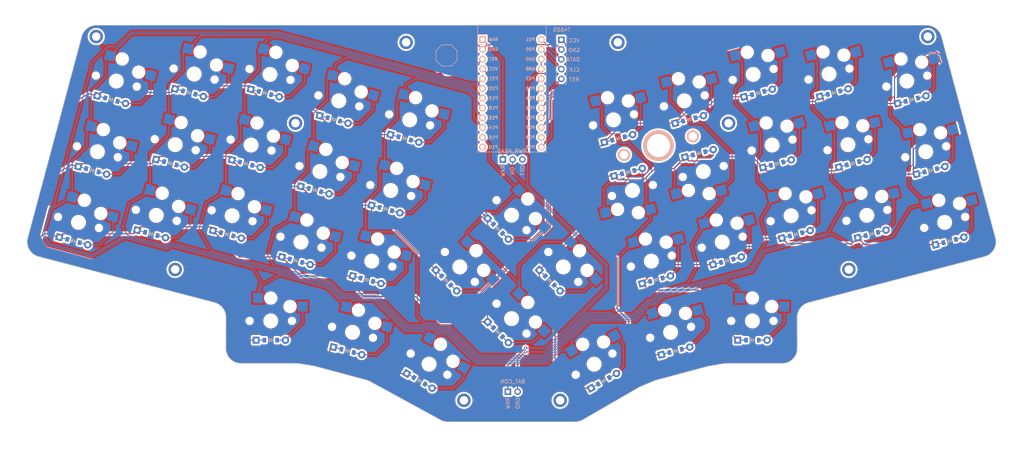
<source format=kicad_pcb>
(kicad_pcb (version 20240108) (generator "pcbnew") (generator_version "8.0")
  (title_block (title "cotrackcot") (rev "v1.0.0") (company "Unknown"))
  (layers (0 "F.Cu" signal) (31 "B.Cu" signal) (34 "B.Paste" user) (35 "F.Paste" user) (36 "B.SilkS" user "B.Silkscreen") (37 "F.SilkS" user "F.Silkscreen") (38 "B.Mask" user) (39 "F.Mask" user) (44 "Edge.Cuts" user))
  (net 0 "")
  (net 1 "left_home")
  (net 2 "left_bottom")
  (net 3 "right_home")
  (net 4 "right_bottom")
  (net 5 "pinky_bottom")
  (net 6 "pinky_home")
  (net 7 "pinky_top")
  (net 8 "ring_bottom")
  (net 9 "ring_home")
  (net 10 "ring_top")
  (net 11 "middle_bottom")
  (net 12 "middle_home")
  (net 13 "middle_top")
  (net 14 "index_bottom")
  (net 15 "index_home")
  (net 16 "index_top")
  (net 17 "inner_bottom")
  (net 18 "inner_home")
  (net 19 "inner_top")
  (net 20 "mirror_pinky_bottom")
  (net 21 "mirror_pinky_home")
  (net 22 "mirror_pinky_top")
  (net 23 "mirror_ring_bottom")
  (net 24 "mirror_ring_home")
  (net 25 "mirror_ring_top")
  (net 26 "mirror_middle_bottom")
  (net 27 "mirror_middle_home")
  (net 28 "mirror_middle_top")
  (net 29 "mirror_index_bottom")
  (net 30 "mirror_index_home")
  (net 31 "mirror_index_top")
  (net 32 "mirror_inner_bottom")
  (net 33 "mirror_inner_home")
  (net 34 "mirror_inner_top")
  (net 35 "home_home")
  (net 36 "outer_home")
  (net 37 "mirror_home_home")
  (net 38 "mirror_outer_home")
  (net 39 "P2")
  (net 40 "P0")
  (net 41 "P1")
  (net 42 "P8")
  (net 43 "RAW")
  (net 44 "GND")
  (net 45 "RST")
  (net 46 "VCC")
  (net 47 "P9")
  (net 48 "Row_1")
  (net 49 "Row_4")
  (net 50 "Row_5")
  (net 51 "Row_2")
  (net 52 "Row_3")
  (net 53 "Row_6")
  (net 54 "Col_1")
  (net 55 "Col_2")
  (net 56 "Col_3")
  (net 57 "Col_4")
  (net 58 "Col_5")
  (net 59 "Col_6")
  (net 60 "Col_7")
  (net 61 "inner_home_thumb_left")
  (net 62 "mirror_inner_home_thumb")
  (footprint "E73:SW_TACT_ALPS_SKQGABE010" (layer "F.Cu") (at 185.484077 103.408845 -90)
    (property "Reference" "B1" (hide yes))
    (property "Value" "" (hide yes))
  )
  (footprint "Kneecrust_Components:T460S Trackpoint PCB Mounting Holes" (layer "F.Cu") (at 240.534089 126.818846 15)
    (property "Reference" "REF**")
    (property "Value" "T460S ")
  )
  (footprint "Connector_PinHeader_2.54mm:PinHeader_1x05_P2.54mm_Vertical" (layer "F.Cu") (at 215.317699 99.331093)
    (property "Reference" "T460S")
    (property "Value" "T460S")
  )
  (footprint "ScottoKeebs_Choc:PG1350 - Choc Hotswap Basic" (layer "F.Cu") (at 115.015182 126.584423 -15)
    (property "Reference" "S9" (hide yes))
    (property "Value" "" (hide yes))
  )
  (footprint "ScottoKeebs_Choc:PG1350 - Choc Hotswap Basic" (layer "F.Cu") (at 274.9774 145.03789 15)
    (property "Reference" "S26" (hide yes))
    (property "Value" "" (hide yes))
  )
  (footprint "ComboDiode" (layer "F.Cu") (at 198.849453 175.303523 -45)
    (property "Reference" "D1" (hide yes))
    (property "Value" "" (hide yes))
  )
  (footprint "ComboDiode" (layer "F.Cu") (at 169.7002 143.307783 -15)
    (property "Reference" "D18" (hide yes))
    (property "Value" "" (hide yes))
  )
  (footprint "" (layer "F.Cu") (at 175 100)
    (property "Reference" "")
    (property "Value" "")
  )
  (footprint "ComboDiode" (layer "F.Cu") (at 230.152238 124.955192 15)
    (property "Reference" "D34" (hide yes))
    (property "Value" "" (hide yes))
  )
  (footprint "ComboDiode" (layer "F.Cu") (at 159.777972 180.144912 -15)
    (property "Reference" "D36" (hide yes))
    (property "Value" "" (hide yes))
  )
  (footprint "ComboDiode" (layer "F.Cu") (at 286.131351 113.061465 15)
    (property "Reference" "D25" (hide yes))
    (property "Value" "" (hide yes))
  )
  (footprint "ComboDiode" (layer "F.Cu") (at 316.179096 151.597609 15)
    (property "Reference" "D20" (hide yes))
    (property "Value" "" (hide yes))
  )
  (footprint "ComboDiode" (layer "F.Cu") (at 244.992034 180.144912 15)
    (property "Reference" "D39" (hide yes))
    (property "Value" "" (hide yes))
  )
  (footprint "ComboDiode" (layer "F.Cu") (at 264.938711 177.367315)
    (property "Reference" "D38" (hide yes))
    (property "Value" "" (hide yes))
  )
  (footprint "ScottoKeebs_Choc:PG1350 - Choc Hotswap Basic" (layer "F.Cu") (at 215.820031 158.332967 -45)
    (property "Reference" "S3" (hide yes))
    (property "Value" "" (hide yes))
  )
  (footprint "ScottoKeebs_Choc:PG1350 - Choc Hotswap Basic" (layer "F.Cu") (at 99.720134 110.062805 -15)
    (property "Reference" "S7" (hide yes))
    (property "Value" "" (hide yes))
  )
  (footprint "ComboDiode" (layer "F.Cu") (at 88.590907 151.597614 -15)
    (property "Reference" "D5" (hide yes))
    (property "Value" "" (hide yes))
  )
  (footprint "ScottoKeebs_Choc:PG1350 - Choc Hotswap Basic" (layer "F.Cu") (at 238.693252 156.830744 15)
    (property "Reference" "S32" (hide yes))
    (property "Value" "" (hide yes))
  )
  (footprint "ScottoKeebs_Choc:PG1350 - Choc Hotswap Basic" (layer "F.Cu") (at 89.885002 146.767989 -15)
    (property "Reference" "S5" (hide yes))
    (property "Value" "" (hide yes))
  )
  (footprint "ComboDiode" (layer "F.Cu") (at 291.048913 131.414038 15)
    (property "Reference" "D24" (hide yes))
    (property "Value" "" (hide yes))
  )
  (footprint "ScottoKeebs_Choc:PG1350 - Choc Hotswap Basic" (layer "F.Cu") (at 129.792612 145.037893 -15)
    (property "Reference" "S11" (hide yes))
    (property "Value" "" (hide yes))
  )
  (footprint "ScottoKeebs_Choc:PG1350 - Choc Hotswap Basic" (layer "F.Cu") (at 270.059842 126.685289 15)
    (property "Reference" "S27" (hide yes))
    (property "Value" "" (hide yes))
  )
  (footprint "ComboDiode" (layer "F.Cu") (at 295.966475 149.766638 15)
    (property "Reference" "D23" (hide yes))
    (property "Value" "" (hide yes))
  )
  (footprint "ComboDiode" (layer "F.Cu") (at 174.617766 124.955195 -15)
    (property "Reference" "D19" (hide yes))
    (property "Value" "" (hide yes))
  )
  (footprint "ComboDiode" (layer "F.Cu") (at 128.498504 149.867525 -15)
    (property "Reference" "D11" (hide yes))
    (property "Value" "" (hide yes))
  )
  (footprint "ScottoKeebs_Choc:PG1350 - Choc Hotswap Basic" (layer "F.Cu") (at 309.967429 128.415396 15)
    (property "Reference" "S21" (hide yes))
    (property "Value" "" (hide yes))
  )
  (footprint "ComboDiode" (layer "F.Cu") (at 108.803521 149.766643 -15)
    (property "Reference" "D8" (hide yes))
    (property "Value" "" (hide yes))
  )
  (footprint "ScottoKeebs_Choc:PG1350 - Choc Hotswap Basic" (layer "F.Cu") (at 134.71017 126.685285 -15)
    (property "Reference" "S12" (hide yes))
    (property "Value" "" (hide yes))
  )
  (footprint "ComboDiode" (layer "F.Cu") (at 146.381754 156.729878 -15)
    (property "Reference" "D14" (hide yes))
    (property "Value" "" (hide yes))
  )
  (footprint "ScottoKeebs_Choc:PG1350 - Choc Hotswap Basic" (layer "F.Cu") (at 180.947288 183.591363 -30)
    (property "Reference" "S37" (hide yes))
    (property "Value" "" (hide yes))
  )
  (footprint "" (layer "F.Cu") (at 215 193)
    (property "Reference" "")
    (property "Value" "")
  )
  (footprint "ScottoKeebs_Choc:PG1350 - Choc Hotswap Basic" (layer "F.Cu") (at 314.885004 146.767991 15)
    (property "Reference" "S20" (hide yes))
    (property "Value" "" (hide yes))
  )
  (footprint "ScottoKeebs_Choc:PG1350 - Choc Hotswap Basic" (layer "F.Cu") (at 294.672371 144.937009 15)
    (property "Reference" "S23" (hide yes))
    (property "Value" "" (hide yes))
  )
  (footprint "ComboDiode" (layer "F.Cu") (at 139.831286 177.367307)
    (property "Reference" "D35" (hide yes))
    (property "Value" "" (hide yes))
  )
  (footprint "" (layer "F.Cu") (at 230 100)
    (property "Reference" "")
    (property "Value" "")
  )
  (footprint "" (layer "F.Cu") (at 290 159)
    (property "Reference" "")
    (property "Value" "")
  )
  (footprint "ScottoKeebs_Choc:PG1350 - Choc Hotswap Basic" (layer "F.Cu") (at 139.831283 172.367313)
    (property "Reference" "S35" (hide yes))
    (property "Value" "" (hide yes))
  )
  (footprint "" (layer "F.Cu") (at 258.75 121)
    (property "Reference" "")
    (property "Value" "")
  )
  (footprint "ScottoKeebs_Choc:PG1350 - Choc Hotswap Basic" (layer "F.Cu") (at 257.094164 151.900245 15)
    (property "Reference" "S29" (hide yes))
    (property "Value" "" (hide yes))
  )
  (footprint "ScottoKeebs_Choc:PG1350 - Choc Hotswap Basic" (layer "F.Cu") (at 305.049874 110.06281 15)
    (property "Reference" "S22" (hide yes))
    (property "Value" "" (hide yes))
  )
  (footprint "ComboDiode" (layer "F.Cu") (at 271.353918 131.514939 15)
    (property "Reference" "D27" (hide yes))
    (property "Value" "" (hide yes))
  )
  (footprint "ComboDiode" (layer "F.Cu") (at 138.333628 113.162334 -15)
    (property "Reference" "D13" (hide yes))
    (property "Value" "" (hide yes))
  )
  (footprint "ComboDiode" (layer "F.Cu") (at 239.987355 161.660361 15)
    (property "Reference" "D32" (hide yes))
    (property "Value" "" (hide yes))
  )
  (footprint "ComboDiode" (layer "F.Cu") (at 258.388244 156.72986 15)
    (property "Reference" "D29" (hide yes))
    (property "Value" "" (hide yes))
  )
  (footprint "ScottoKeebs_Choc:PG1350 - Choc Hotswap Basic" (layer "F.Cu") (at 243.697946 175.315285 15)
    (property "Reference" "S39" (hide yes))
    (property "Value" "" (hide yes))
  )
  (footprint "ScottoKeebs_Choc:PG1350 - Choc Hotswap Basic" (layer "F.Cu") (at 94.80256 128.415394 -15)
    (property "Reference" "S6" (hide yes))
    (property "Value" "" (hide yes))
  )
  (footprint "MountingHole:MountingHole_2.2mm_M2_ISO7380_Pad" (layer "F.Cu") (at 94.5 98.5)
    (property "Reference" "REF**" (hide yes))
    (property "Value" "MountingHole_2.2mm_M2_ISO7380_Pad" (hide yes))
  )
  (footprint "ScottoKeebs_Choc:PG1350 - Choc Hotswap Basic" (layer "F.Cu") (at 289.754815 126.584425 15)
    (property "Reference" "S24" (hide yes))
    (property "Value" "" (hide yes))
  )
  (footprint "ScottoKeebs_Choc:PG1350 - Choc Hotswap Basic" (layer "F.Cu") (at 119.93275 108.231838 -15)
    (property "Reference" "S10" (hide yes))
    (property "Value" "" (hide yes))
  )
  (footprint "ComboDiode" (layer "F.Cu") (at 226.322719 187.9215 30)
    (property "Reference" "D40" (hide yes))
    (property "Value" "" (hide yes))
  )
  (footprint "ScottoKeebs_Choc:PG1350 - Choc Hotswap Basic" (layer "F.Cu") (at 228.858142 120.125561 15)
    (property "Reference" "S34" (hide yes))
    (property "Value" "" (hide yes))
  )
  (footprint "ScottoKeebs_Choc:PG1350 - Choc Hotswap Basic" (layer "F.Cu") (at 166.076735 156.83074 -15)
    (property "Reference" "S17" (hide yes))
    (property "Value" "" (hide yes))
  )
  (footprint "ScottoKeebs_Choc:PG1350 - Choc Hotswap Basic" (layer "F.Cu") (at 233.775708 138.478148 -165)
    (property "Reference" "S33" (hide yes))
    (property "Value" "" (hide yes))
  )
  (footprint "ScottoKeebs_Choc:PG1350 - Choc Hotswap Basic" (layer "F.Cu") (at 264.938723 172.36732)
    (property "Reference" "S38" (hide yes))
    (property "Value" "" (hide yes))
  )
  (footprint "ScottoKeebs_Choc:PG1350 - Choc Hotswap Basic" (layer "F.Cu") (at 147.675853 151.900256 -15)
    (property "Reference" "S14" (hide yes))
    (property "Value" "" (hide yes))
  )
  (footprint "ScottoKeebs_Choc:PG1350 - Choc Hotswap Basic" (layer "F.Cu") (at 110.097621 144.937003 -15)
    (property "Reference" "S8" (hide yes))
    (property "Value" "" (hide yes))
  )
  (footprint "" (layer "F.Cu") (at 146.25 121)
    (property "Reference" "")
    (property "Value" "")
  )
  (footprint "Connector_PinHeader_2.54mm:PinHeader_1x03_P2.54mm_Vertical" (layer "F.Cu") (at 200.114586 130.42208 90)
    (property "Reference" "REF**" (hide yes))
    (property "Value" "PinHeader_1x03_P2.54mm_Vertical" (hide yes))
  )
  (footprint "ComboDiode" (layer "F.Cu") (at 178.447279 187.921494 -30)
    (property "Reference" "D37" (hide yes))
    (property "Value" "" (hide yes))
  )
  (footprint "ComboDiode" (layer "F.Cu") (at 98.426026 114.892444 -15)
    (property "Reference" "D7" (hide yes))
    (property "Value" "" (hide yes))
  )
  (footprint "ComboDiode" (layer "F.Cu") (at 276.271492 149.867498 15)
    (property "Reference" "D26" (hide yes))
    (property "Value" "" (hide yes))
  )
  (footprint "" (layer "F.Cu") (at 115 159)
    (property "Reference" "")
    (property "Value" "")
  )
  (footprint "ComboDiode" (layer "F.Cu") (at 212.284489 161.868486 -45)
    (property "Reference" "D3" (hide yes))
    (property "Value" "" (hide yes))
  )
  (footprint "ScottoKeebs_Choc:PG1350 - Choc Hotswap Basic" (layer "F.Cu") (at 202.384991 171.767989 -45)
    (property "Reference" "S1" (hide yes))
    (property "Value" "" (hide yes))
  )
  (footprint "ScottoKeebs_Choc:PG1350 - Choc Hotswap Basic" (layer "F.Cu") (at 223.822725 183.591365 30)
    (property "Reference" "S40" (hide yes))
    (property "Value" "" (hide yes))
  )
  (footprint "ScottoKeebs_Choc:PG1350 - Choc Hotswap Basic" (layer "F.Cu") (at 247.259025 115.195061 15)
    (property "Reference" "S31" (hide yes))
    (property "Value" "" (hide yes))
  )
  (footprint "ScottoKeebs_Choc:PG1350 - Choc Hotswap Basic" (layer "F.Cu") (at 157.510975 115.195064 -15)
    (property "Reference" "S16" (hide yes))
    (property "Value" "" (hide yes))
  )
  (footprint "ComboDiode" (layer "F.Cu") (at 118.638639 113.061462 -15)
    (property "Reference" "D10" (hide yes))
    (property "Value" "" (hide yes))
  )
  (footprint "ComboDiode" (layer "F.Cu") (at 151.299308 138.377284 -15)
    (property "Reference" "D15" (hide yes))
    (property "Value" "" (hide yes))
  )
  (footprint "PG1350" (layer "F.Cu") (at 175.911855 120.125556 -15)
    (property "Reference" "S19" (hide yes))
    (property "Value" "" (hide yes))
  )
  (footprint "" (layer "F.Cu") (at 310.5 98.5)
    (property "Reference" "")
    (property "Value" "")
  )
  (footprint "ScottoKeebs_Choc:PG1350 - Choc Hotswap Basic" (layer "F.Cu") (at 284.837255 108.231835 15)
    (property "Reference" "S25" (hide yes))
    (property "Value" "" (hide yes))
  )
  (footprint "ComboDiode" (layer "F.Cu") (at 185.414444 161.868491 -45)
    (property "Reference" "D2" (hide yes))
    (property "Value" "" (hide yes))
  )
  (footprint "ComboDiode" (layer "F.Cu") (at 306.343973 114.892432 15)
    (property "Reference" "D22" (hide yes))
    (property "Value" "" (hide yes))
  )
  (footprint "ScottoKeebs_Choc:PG1350 - Choc Hotswap Basic" (layer "F.Cu") (at 202.385002 144.897935 -45)
    (property "Reference" "S4" (hide yes))
    (property "Value" "" (hide yes))
  )
  (footprint "ScottoKeebs_Choc:PG1350 - Choc Hotswap Basic" (layer "F.Cu") (at 161.072063 175.315287 -15)
    (property "Reference" "S36" (hide yes))
    (property "Value" "" (hide yes))
  )
  (footprint "ScottoKeebs_Choc:PG1350 - Choc Hotswap Basic" (layer "F.Cu") (at 170.994301 138.478154 -15)
    (property "Reference" "S18" (hide yes))
    (property "Value" "" (hide yes))
  )
  (footprint "ScottoKeebs_Choc:PG1350 - Choc Hotswap Basic" (layer "F.Cu") (at 139.627715 108.332704 -15)
    (property "Reference" "S13" (hide yes))
    (property "Value" "" (hide yes))
  )
  (footprint "ComboDiode" (layer "F.Cu") (at 266.436378 113.162337 15)
    (property "Reference" "D28" (hide yes))
    (property "Value" "" (hide yes))
  )
  (footprint "ScottoKeebs_Choc:PG1350 - Choc Hotswap Basic" (layer "F.Cu") (at 252.176599 133.547654 -165)
    (property "Reference" "S30" (hide yes))
    (property "Value" "" (hide yes))
  )
  (footprint "ComboDiode" (layer "F.Cu") (at 113.72109 131.414044 -15)
    (property "Reference" "D9" (hide yes))
    (property "Value" "" (hide yes))
  )
  (footprint "ScottoKeebs_Choc:PG1350 - Choc Hotswap Basic" (layer "F.Cu") (at 152.593407 133.547655 -15)
    (property "Reference" "S15" (hide yes))
    (property "Value" "" (hide yes))
  )
  (footprint "ComboDiode" (layer "F.Cu") (at 133.41607 131.514922 -15)
    (property "Reference" "D12" (hide yes))
    (property "Value" "" (hide yes))
  )
  (footprint "ComboDiode" (layer "F.Cu") (at 311.261536 133.245035 15)
    (property "Reference" "D21" (hide yes))
    (property "Value" "" (hide yes))
  )
  (footprint "ScottoKeebs_Choc:PG1350 - Choc Hotswap Basic" (layer "F.Cu") (at 188.949964 158.332956 -45)
    (property "Reference" "S2" (hide yes))
    (property "Value" "" (hide yes))
  )
  (footprint "ComboDiode" (layer "F.Cu") (at 232.670305 133.7159 15)
    (property "Reference" "D33" (hide yes))
    (property "Value" "" (hide yes))
  )
  (footprint "ComboDiode" (layer "F.Cu") (at 251.094078 128.828841 15)
    (property "Reference" "D30" (hide yes))
    (property "Value" "" (hide yes))
  )
  (footprint "" (layer "F.Cu") (at 190 193)
    (property "Reference" "")
    (property "Value" "")
  )
  (footprint "ComboDiode" (layer "F.Cu") (at 93.508465 133.245026 -15)
    (property "Reference" "D6" (hide yes))
    (property "Value" "" (hide yes))
  )
  (footprint "ComboDiode" (layer "F.Cu") (at 198.849462 148.433464 -45)
    (property "Reference" "D4" (hide yes))
    (property "Value" "" (hide yes))
  )
  (footprint "ScottoKeebs_Choc:PG1350 - Choc Hotswap Basic" (layer "F.Cu") (at 265.142284 108.33271 15)
    (property "Reference" "S28" (hide yes))
    (property "Value" "" (hide yes))
  )
  (footprint "Connector_PinHeader_2.54mm:PinHeader_2x01_P2.54mm_Vertical" (layer "F.Cu") (at 201.414585 190.75208)
    (property "Reference" "REF**" (hide yes))
    (property "Value" "PinHeader_2x01_P2.54mm_Vertical" (hide yes))
  )
  (footprint "ProMicro" (layer "F.Cu") (at 202.474085 113.238852 -90)
    (property "Reference" "MCU1" (hide yes))
    (property "Value" "" (hide yes))
  )
  (footprint "ComboDiode" (layer "F.Cu") (at 156.216885 120.024698 -15)
    (property "Reference" "D16" (hide yes))
    (property "Value" "" (hide yes))
  )
  (footprint "ComboDiode" (layer "F.Cu") (at 164.782643 161.660371 -15)
    (property "Reference" "D17" (hide yes))
    (property "Value" "" (hide yes))
  )
  (footprint "ComboDiode" (layer "F.Cu") (at 248.55312 120.024681 15)
    (property "Reference" "D31" (hide yes))
    (property "Value" "" (hide yes))
  )
  (gr_arc (start 276.620531 179.399218) (mid 275.455433 182.239371) (end 272.620565 183.41732) (stroke (width 0.15)) (layer "Edge.Cuts"))
  (gr_line (start 314.065658 98.504824) (end 328.069008 150.766089) (stroke (width 0.15)) (layer "Edge.Cuts"))
  (gr_line (start 125.195723 167.58646) (end 79.554338 155.671651) (stroke (width 0.15)) (layer "Edge.Cuts"))
  (gr_arc (start 151.06828 184.093583) (mid 151.256463 184.129759) (end 151.442698 184.174908) (stroke (width 0.15)) (layer "Edge.Cuts"))
  (gr_line (start 128.149458 179.399217) (end 128.185332 171.47484) (stroke (width 0.15)) (layer "Edge.Cuts"))
  (gr_arc (start 239.344924 187.96204) (mid 239.606427 187.861545) (end 239.87433 187.779623) (stroke (width 0.15)) (layer "Edge.Cuts"))
  (gr_line (start 257.410581 183.47227) (end 253.512567 184.125245) (stroke (width 0.15)) (layer "Edge.Cuts"))
  (gr_line (start 276.584673 171.47485) (end 276.620531 179.399218) (stroke (width 0.15)) (layer "Edge.Cuts"))
  (gr_line (start 218.922845 198.560955) (end 185.796426 198.560951) (stroke (width 0.15)) (layer "Edge.Cuts"))
  (gr_line (start 253.512567 184.125245) (end 239.87433 187.779623) (stroke (width 0.15)) (layer "Edge.Cuts"))
  (gr_arc (start 125.195715 167.586465) (mid 127.356472 169.018626) (end 128.185332 171.47484) (stroke (width 0.15)) (layer "Edge.Cuts"))
  (gr_line (start 235.372042 189.682799) (end 220.922861 198.025052) (stroke (width 0.15)) (layer "Edge.Cuts"))
  (gr_line (start 325.215652 155.67165) (end 279.574275 167.586454) (stroke (width 0.15)) (layer "Edge.Cuts"))
  (gr_arc (start 220.922861 198.025052) (mid 219.958129 198.424657) (end 218.922845 198.560955) (stroke (width 0.15)) (layer "Edge.Cuts"))
  (gr_line (start 151.068278 184.093588) (end 147.359421 183.472294) (stroke (width 0.15)) (layer "Edge.Cuts"))
  (gr_arc (start 257.410581 183.47227) (mid 257.739863 183.431067) (end 258.071428 183.417314) (stroke (width 0.15)) (layer "Edge.Cuts"))
  (gr_line (start 76.700975 150.76608) (end 90.704347 98.504826) (stroke (width 0.15)) (layer "Edge.Cuts"))
  (gr_arc (start 276.584672 171.474848) (mid 277.413564 169.018662) (end 279.574275 167.586454) (stroke (width 0.15)) (layer "Edge.Cuts"))
  (gr_arc (start 164.704696 187.728445) (mid 165.156183 187.878721) (end 165.586626 188.081553) (stroke (width 0.15)) (layer "Edge.Cuts"))
  (gr_arc (start 132.149422 183.417313) (mid 129.314604 182.239344) (end 128.149458 179.399217) (stroke (width 0.15)) (layer "Edge.Cuts"))
  (gr_line (start 146.69858 183.417315) (end 132.149422 183.417313) (stroke (width 0.15)) (layer "Edge.Cuts"))
  (gr_arc (start 328.069004 150.766087) (mid 327.662895 153.812468) (end 325.215652 155.67165) (stroke (width 0.15)) (layer "Edge.Cuts"))
  (gr_line (start 272.620565 183.41732) (end 258.071428 183.417314) (stroke (width 0.15)) (layer "Edge.Cuts"))
  (gr_line (start 239.344928 187.962038) (end 235.807387 189.465611) (stroke (width 0.15)) (layer "Edge.Cuts"))
  (gr_arc (start 185.796426 198.560951) (mid 184.807077 198.436668) (end 183.879204 198.071544) (stroke (width 0.15)) (layer "Edge.Cuts"))
  (gr_arc (start 310.201951 95.540109) (mid 312.636981 96.366692) (end 314.065658 98.504824) (stroke (width 0.15)) (layer "Edge.Cuts"))
  (gr_arc (start 146.69858 183.417315) (mid 147.030143 183.431078) (end 147.359421 183.472294) (stroke (width 0.15)) (layer "Edge.Cuts"))
  (gr_line (start 183.879204 198.071544) (end 165.586626 188.081553) (stroke (width 0.15)) (layer "Edge.Cuts"))
  (gr_line (start 94.568049 95.540108) (end 310.201951 95.540109) (stroke (width 0.15)) (layer "Edge.Cuts"))
  (gr_line (start 164.704679 187.72845) (end 151.442698 184.174908) (stroke (width 0.15)) (layer "Edge.Cuts"))
  (gr_arc (start 235.372042 189.682799) (mid 235.586413 189.567587) (end 235.807387 189.465611) (stroke (width 0.15)) (layer "Edge.Cuts"))
  (gr_arc (start 79.554328 155.671655) (mid 77.107122 153.812476) (end 76.700975 150.76608) (stroke (width 0.15)) (layer "Edge.Cuts"))
  (gr_arc (start 90.704347 98.504826) (mid 92.132968 96.366641) (end 94.568049 95.540108) (stroke (width 0.15)) (layer "Edge.Cuts"))
  (gr_text "OFF" (at 205.234583 133.402079 90) (layer "B.SilkS") (effects (font (size 1 1)) (justify mirror)))
  (gr_text "RAW" (at 200.154585 133.402079 90) (layer "B.SilkS") (effects (font (size 1 1)) (justify mirror)))
  (gr_text "ON" (at 202.624584 133.40208 90) (layer "B.SilkS") (effects (font (size 1 1)) (justify mirror)))
  (gr_text "VCC" (at 218.605756 99.522019 0) (layer "B.SilkS") (effects (font (size 1 1)) (justify mirror)))
  (gr_text "RST" (at 218.63403 109.633642 0) (layer "B.SilkS") (effects (font (size 1 1)) (justify mirror)))
  (gr_text "DATA" (at 218.39362 104.457615 0) (layer "B.SilkS") (effects (font (size 1 1)) (justify mirror)))
  (gr_text "CLK" (at 218.634042 107.102197 0) (layer "B.SilkS") (effects (font (size 1 1)) (justify mirror)))
  (gr_text "BAT_CON" (at 202.694584 188.11208 0) (layer "B.SilkS") (effects (font (size 1 1)) (justify mirror)))
  (gr_text "GND" (at 218.634026 102.025163 0) (layer "B.SilkS") (effects (font (size 1 1)) (justify mirror)))
  (gr_text "RAW" (at 201.414585 193.74208 90) (layer "B.SilkS") (effects (font (size 1 1)) (justify mirror)))
  (gr_text "PWR_HEAD" (at 202.5 128.25 0) (layer "B.SilkS") (effects (font (size 1 1)) (justify mirror)))
  (gr_text "GND" (at 203.974583 193.742081 90) (layer "B.SilkS") (effects (font (size 1 1)) (justify mirror)))
  (segment (start 201.54354 177.997595) (end 201.543552 177.997597) (width 0.25) (layer "B.Cu") (net 1))
  (segment (start 200.016181 176.470247) (end 201.54354 177.997595) (width 0.25) (layer "B.Cu") (net 1))
  (segment (start 207.858009 177.997597) (end 201.543532 177.997597) (width 0.25) (layer "B.Cu") (net 1))
  (segment (start 210.887954 174.967643) (end 207.858009 177.997597) (width 0.25) (layer "B.Cu") (net 1))
  (segment (start 194.422986 164.562572) (end 188.108523 164.562568) (width 0.25) (layer "B.Cu") (net 2))
  (segment (start 188.108514 164.562568) (end 188.108524 164.56257) (width 0.25) (layer "B.Cu") (net 2))
  (segment (start 186.581159 163.03521) (end 188.108514 164.562568) (width 0.25) (layer "B.Cu") (net 2))
  (segment (start 197.452933 161.532614) (end 194.422986 164.562572) (width 0.25) (layer "B.Cu") (net 2))
  (segment (start 224.322992 161.532628) (end 221.293055 164.562566) (width 0.25) (layer "B.Cu") (net 3))
  (segment (start 221.293055 164.562566) (end 214.978579 164.562563) (width 0.25) (layer "B.Cu") (net 3))
  (segment (start 214.978569 164.562562) (end 214.978567 164.562563) (width 0.25) (layer "B.Cu") (net 3))
  (segment (start 213.451216 163.035227) (end 214.978569 164.562562) (width 0.25) (layer "B.Cu") (net 3))
  (segment (start 207.858003 151.127531) (end 201.543541 151.127534) (width 0.25) (layer "B.Cu") (net 4))
  (segment (start 201.543538 151.127533) (end 201.543539 151.127531) (width 0.25) (layer "B.Cu") (net 4))
  (segment (start 210.887951 148.097585) (end 207.858003 151.127531) (width 0.25) (layer "B.Cu") (net 4))
  (segment (start 200.01619 149.600188) (end 201.543538 151.127533) (width 0.25) (layer "B.Cu") (net 4))
  (segment (start 92.271088 152.583729) (end 90.184681 152.02467) (width 0.25) (layer "B.Cu") (net 5))
  (segment (start 90.184681 152.02467) (end 90.184691 152.024678) (width 0.25) (layer "B.Cu") (net 5))
  (segment (start 98.84861 145.287498) (end 98.848609 149.180179) (width 0.25) (layer "B.Cu") (net 5))
  (segment (start 98.848609 149.180179) (end 95.445063 152.583713) (width 0.25) (layer "B.Cu") (net 5))
  (segment (start 95.445063 152.583713) (end 92.271079 152.583719) (width 0.25) (layer "B.Cu") (net 5))
  (segment (start 95.102252 133.672086) (end 97.188637 134.231123) (width 0.25) (layer "B.Cu") (net 6))
  (segment (start 97.188637 134.231123) (end 97.188646 134.231133) (width 0.25) (layer "B.Cu") (net 6))
  (segment (start 100.397666 134.231122) (end 97.188634 134.231128) (width 0.25) (layer "B.Cu") (net 6))
  (segment (start 103.766163 130.862619) (end 100.397666 134.231122) (width 0.25) (layer "B.Cu") (net 6))
  (segment (start 103.766171 126.934903) (end 103.766163 130.862619) (width 0.25) (layer "B.Cu") (net 6))
  (segment (start 108.683731 108.582314) (end 108.683732 113.245053) (width 0.25) (layer "B.Cu") (net 7))
  (segment (start 100.019809 115.319488) (end 102.106205 115.878538) (width 0.25) (layer "B.Cu") (net 7))
  (segment (start 106.050253 115.87855) (end 102.106206 115.878545) (width 0.25) (layer "B.Cu") (net 7))
  (segment (start 102.106205 115.878538) (end 102.106206 115.878542) (width 0.25) (layer "B.Cu") (net 7))
  (segment (start 108.683732 113.245053) (end 106.050253 115.87855) (width 0.25) (layer "B.Cu") (net 7))
  (segment (start 119.061239 143.456521) (end 119.061234 147.267563) (width 0.25) (layer "B.Cu") (net 8))
  (segment (start 110.397305 150.193693) (end 112.483684 150.75274) (width 0.25) (layer "B.Cu") (net 8))
  (segment (start 112.483684 150.75274) (end 112.483701 150.752741) (width 0.25) (layer "B.Cu") (net 8))
  (segment (start 115.576046 150.75274) (end 112.483697 150.752744) (width 0.25) (layer "B.Cu") (net 8))
  (segment (start 119.061234 147.267563) (end 115.576046 150.75274) (width 0.25) (layer "B.Cu") (net 8))
  (segment (start 117.401267 132.400138) (end 117.401261 132.400146) (width 0.25) (layer "B.Cu") (net 9))
  (segment (start 115.314862 131.841105) (end 117.401267 132.400138) (width 0.25) (layer "B.Cu") (net 9))
  (segment (start 120.028643 132.400152) (end 117.401268 132.400156) (width 0.25) (layer "B.Cu") (net 9))
  (segment (start 123.978793 128.450007) (end 120.028643 132.400152) (width 0.25) (layer "B.Cu") (net 9))
  (segment (start 123.978787 125.103929) (end 123.978793 128.450007) (width 0.25) (layer "B.Cu") (net 9))
  (segment (start 128.896355 110.432442) (end 125.281238 114.047551) (width 0.25) (layer "B.Cu") (net 10))
  (segment (start 120.232422 113.488505) (end 122.318813 114.047555) (width 0.25) (layer "B.Cu") (net 10))
  (segment (start 122.318813 114.047555) (end 122.318829 114.047563) (width 0.25) (layer "B.Cu") (net 10))
  (segment (start 128.896361 106.751344) (end 128.896355 110.432442) (width 0.25) (layer "B.Cu") (net 10))
  (segment (start 125.281238 114.047551) (end 122.318823 114.047562) (width 0.25) (layer "B.Cu") (net 10))
  (segment (start 130.092288 150.294567) (end 132.178682 150.853603) (width 0.25) (layer "B.Cu") (net 11))
  (segment (start 132.178682 150.853603) (end 132.178684 150.853612) (width 0.25) (layer "B.Cu") (net 11))
  (segment (start 138.75621 143.557399) (end 138.756206 147.272581) (width 0.25) (layer "B.Cu") (net 11))
  (segment (start 135.175174 150.853618) (end 132.178691 150.853628) (width 0.25) (layer "B.Cu") (net 11))
  (segment (start 138.756206 147.272581) (end 135.175174 150.853618) (width 0.25) (layer "B.Cu") (net 11))
  (segment (start 137.096246 132.501009) (end 137.096246 132.50103) (width 0.25) (layer "B.Cu") (net 12))
  (segment (start 135.009854 131.941973) (end 137.096246 132.501009) (width 0.25) (layer "B.Cu") (net 12))
  (segment (start 140.227765 132.501026) (end 137.096245 132.501033) (width 0.25) (layer "B.Cu") (net 12))
  (segment (start 143.673775 129.055018) (end 140.227765 132.501026) (width 0.25) (layer "B.Cu") (net 12))
  (segment (start 143.673778 125.204801) (end 143.673775 129.055018) (width 0.25) (layer "B.Cu") (net 12))
  (segment (start 148.591331 106.852212) (end 148.591329 110.437457) (width 0.25) (layer "B.Cu") (net 13))
  (segment (start 144.880357 114.148437) (end 142.013804 114.148434) (width 0.25) (layer "B.Cu") (net 13))
  (segment (start 142.013805 114.14842) (end 142.013814 114.148441) (width 0.25) (layer "B.Cu") (net 13))
  (segment (start 139.927413 113.589378) (end 142.013805 114.14842) (width 0.25) (layer "B.Cu") (net 13))
  (segment (start 148.591329 110.437457) (end 144.880357 114.148437) (width 0.25) (layer "B.Cu") (net 13))
  (segment (start 150.061933 157.715961) (end 150.06193 157.715973) (width 0.25) (layer "B.Cu") (net 14))
  (segment (start 153.212811 157.715969) (end 150.061929 157.715974) (width 0.25) (layer "B.Cu") (net 14))
  (segment (start 156.639465 154.289335) (end 153.212811 157.715969) (width 0.25) (layer "B.Cu") (net 14))
  (segment (start 147.975532 157.15691) (end 150.061933 157.715961) (width 0.25) (layer "B.Cu") (net 14))
  (segment (start 156.639465 150.419746) (end 156.639465 154.289335) (width 0.25) (layer "B.Cu") (net 14))
  (segment (start 161.557007 135.671779) (end 157.865407 139.363391) (width 0.25) (layer "B.Cu") (net 15))
  (segment (start 161.557008 132.067153) (end 161.557007 135.671779) (width 0.25) (layer "B.Cu") (net 15))
  (segment (start 157.865407 139.363391) (end 154.97948 139.363386) (width 0.25) (layer "B.Cu") (net 15))
  (segment (start 152.893101 138.80433) (end 154.979489 139.363387) (width 0.25) (layer "B.Cu") (net 15))
  (segment (start 154.979489 139.363387) (end 154.979489 139.363387) (width 0.25) (layer "B.Cu") (net 15))
  (segment (start 163.017998 121.010795) (end 159.897069 121.010793) (width 0.25) (layer "B.Cu") (net 16))
  (segment (start 166.474579 113.714569) (end 166.474578 117.55421) (width 0.25) (layer "B.Cu") (net 16))
  (segment (start 166.474578 117.55421) (end 163.017998 121.010795) (width 0.25) (layer "B.Cu") (net 16))
  (segment (start 159.897065 121.010789) (end 159.897067 121.010794) (width 0.25) (layer "B.Cu") (net 16))
  (segment (start 157.810653 120.451741) (end 159.897065 121.010789) (width 0.25) (layer "B.Cu") (net 16))
  (segment (start 166.376428 162.08743) (end 168.462823 162.646474) (width 0.25) (layer "B.Cu") (net 17))
  (segment (start 175.040344 159.38845) (end 171.782307 162.646474) (width 0.25) (layer "B.Cu") (net 17))
  (segment (start 171.782307 162.646474) (end 168.462816 162.646476) (width 0.25) (layer "B.Cu") (net 17))
  (segment (start 168.462823 162.646474) (end 168.462823 162.646474) (width 0.25) (layer "B.Cu") (net 17))
  (segment (start 175.040353 155.350238) (end 175.040344 159.38845) (width 0.25) (layer "B.Cu") (net 17))
  (segment (start 179.957903 140.67088) (end 176.334904 144.293883) (width 0.25) (layer "B.Cu") (net 18))
  (segment (start 179.957898 136.997658) (end 179.957903 140.67088) (width 0.25) (layer "B.Cu") (net 18))
  (segment (start 173.380375 144.293867) (end 173.380379 144.293899) (width 0.25) (layer "B.Cu") (net 18))
  (segment (start 171.29399 143.734832) (end 173.380375 144.293867) (width 0.25) (layer "B.Cu") (net 18))
  (segment (start 176.334904 144.293883) (end 173.380383 144.293889) (width 0.25) (layer "B.Cu") (net 18))
  (segment (start 178.297941 125.941286) (end 178.297946 125.941297) (width 0.25) (layer "B.Cu") (net 19))
  (segment (start 181.187502 125.941292) (end 178.297952 125.941295) (width 0.25) (layer "B.Cu") (net 19))
  (segment (start 184.875465 122.253332) (end 181.187502 125.941292) (width 0.25) (layer "B.Cu") (net 19))
  (segment (start 184.875462 118.645075) (end 184.875465 122.253332) (width 0.25) (layer "B.Cu") (net 19))
  (segment (start 176.211546 125.382236) (end 178.297941 125.941286) (width 0.25) (layer "B.Cu") (net 19))
  (segment (start 321.907467 141.004035) (end 321.907472 148.563311) (width 0.25) (layer "B.Cu") (net 20))
  (segment (start 321.907472 148.563311) (end 319.859262 150.61151) (width 0.25) (layer "B.Cu") (net 20))
  (segment (start 319.859272 150.611518) (end 319.859267 150.611514) (width 0.25) (layer "B.Cu") (net 20))
  (segment (start 317.772872 151.170563) (end 319.859272 150.611518) (width 0.25) (layer "B.Cu") (net 20))
  (segment (start 312.855321 132.81798) (end 314.941711 132.258929) (width 0.25) (layer "B.Cu") (net 21))
  (segment (start 316.9899 122.651446) (end 316.989907 130.210743) (width 0.25) (layer "B.Cu") (net 21))
  (segment (start 314.941711 132.258929) (end 314.941704 132.258925) (width 0.25) (layer "B.Cu") (net 21))
  (segment (start 316.989907 130.210743) (end 314.941715 132.258926) (width 0.25) (layer "B.Cu") (net 21))
  (segment (start 310.024142 113.906342) (end 310.024148 113.906325) (width 0.25) (layer "B.Cu") (net 22))
  (segment (start 312.072335 111.858136) (end 310.024144 113.906337) (width 0.25) (layer "B.Cu") (net 22))
  (segment (start 307.937751 114.465386) (end 310.024142 113.906342) (width 0.25) (layer "B.Cu") (net 22))
  (segment (start 312.072338 104.29885) (end 312.072335 111.858136) (width 0.25) (layer "B.Cu") (net 22))
  (segment (start 299.646642 148.78054) (end 297.560255 149.339584) (width 0.25) (layer "B.Cu") (net 23))
  (segment (start 301.694829 146.732352) (end 299.646655 148.780531) (width 0.25) (layer "B.Cu") (net 23))
  (segment (start 301.694837 139.173074) (end 301.694829 146.732352) (width 0.25) (layer "B.Cu") (net 23))
  (segment (start 297.560255 149.339584) (end 297.560244 149.339583) (width 0.25) (layer "B.Cu") (net 23))
  (segment (start 292.642697 130.987002) (end 294.729087 130.42795) (width 0.25) (layer "B.Cu") (net 24))
  (segment (start 294.729087 130.42795) (end 294.729089 130.427942) (width 0.25) (layer "B.Cu") (net 24))
  (segment (start 296.777288 128.379744) (end 294.729086 130.427946) (width 0.25) (layer "B.Cu") (net 24))
  (segment (start 296.777276 120.820478) (end 296.777288 128.379744) (width 0.25) (layer "B.Cu") (net 24))
  (segment (start 287.725134 112.634414) (end 289.811521 112.075369) (width 0.25) (layer "B.Cu") (net 25))
  (segment (start 291.859713 110.02718) (end 289.811529 112.075356) (width 0.25) (layer "B.Cu") (net 25))
  (segment (start 289.811521 112.075369) (end 289.811529 112.075363) (width 0.25) (layer "B.Cu") (net 25))
  (segment (start 291.859716 102.467883) (end 291.859713 110.02718) (width 0.25) (layer "B.Cu") (net 25))
  (segment (start 281.999863 139.273936) (end 281.999858 146.833216) (width 0.25) (layer "B.Cu") (net 26))
  (segment (start 281.999858 146.833216) (end 279.951668 148.881409) (width 0.25) (layer "B.Cu") (net 26))
  (segment (start 277.865268 149.440468) (end 279.951665 148.881411) (width 0.25) (layer "B.Cu") (net 26))
  (segment (start 279.951665 148.881411) (end 279.951667 148.881408) (width 0.25) (layer "B.Cu") (net 26))
  (segment (start 272.947703 131.087871) (end 275.034095 130.528832) (width 0.25) (layer "B.Cu") (net 27))
  (segment (start 275.034095 130.528832) (end 275.034113 130.528816) (width 0.25) (layer "B.Cu") (net 27))
  (segment (start 277.082296 120.921352) (end 277.082299 128.480634) (width 0.25) (layer "B.Cu") (net 27))
  (segment (start 277.082299 128.480634) (end 275.034096 130.528833) (width 0.25) (layer "B.Cu") (net 27))
  (segment (start 272.164745 110.128037) (end 270.116544 112.176239) (width 0.25) (layer "B.Cu") (net 28))
  (segment (start 272.164739 102.568756) (end 272.164745 110.128037) (width 0.25) (layer "B.Cu") (net 28))
  (segment (start 268.030153 112.735286) (end 270.116536 112.176239) (width 0.25) (layer "B.Cu") (net 28))
  (segment (start 270.116536 112.176239) (end 270.116541 112.17623) (width 0.25) (layer "B.Cu") (net 28))
  (segment (start 264.116618 153.695558) (end 262.068412 155.743756) (width 0.25) (layer "B.Cu") (net 29))
  (segment (start 259.982016 156.302821) (end 262.068418 155.743774) (width 0.25) (layer "B.Cu") (net 29))
  (segment (start 264.116615 146.1363) (end 264.116618 153.695558) (width 0.25) (layer "B.Cu") (net 29))
  (segment (start 262.068418 155.743774) (end 262.068429 155.743765) (width 0.25) (layer "B.Cu") (net 29))
  (segment (start 244.7177 132.711098) (end 244.717697 138.875176) (width 0.25) (layer "B.Cu") (net 30))
  (segment (start 254.77427 129.354533) (end 254.217704 129.911092) (width 0.25) (layer "B.Cu") (net 30))
  (segment (start 245.917698 131.511088) (end 244.7177 132.711098) (width 0.25) (layer "B.Cu") (net 30))
  (segment (start 244.717697 138.875176) (end 245.154125 139.311605) (width 0.25) (layer "B.Cu") (net 30))
  (segment (start 249.517694 131.511096) (end 245.917698 131.511088) (width 0.25) (layer "B.Cu") (net 30))
  (segment (start 251.117697 129.911098) (end 249.517694 131.511096) (width 0.25) (layer "B.Cu") (net 30))
  (segment (start 254.217704 129.911092) (end 251.117697 129.911098) (width 0.25) (layer "B.Cu") (net 30))
  (segment (start 252.687865 128.401806) (end 254.774254 127.842746) (width 0.25) (layer "B.Cu") (net 30))
  (segment (start 254.774264 127.842747) (end 254.77427 129.354533) (width 0.25) (layer "B.Cu") (net 30))
  (segment (start 254.774254 127.842746) (end 254.774258 127.842751) (width 0.25) (layer "B.Cu") (net 30))
  (segment (start 252.233296 119.038587) (end 252.233285 119.038587) (width 0.25) (layer "B.Cu") (net 31))
  (segment (start 250.146895 119.597636) (end 252.233296 119.038587) (width 0.25) (layer "B.Cu") (net 31))
  (segment (start 254.281489 109.431108) (end 254.281485 116.990399) (width 0.25) (layer "B.Cu") (net 31))
  (segment (start 254.281485 116.990399) (end 252.233299 119.038583) (width 0.25) (layer "B.Cu") (net 31))
  (segment (start 241.581128 161.233312) (end 243.667533 160.674269) (width 0.25) (layer "B.Cu") (net 32))
  (segment (start 245.715715 151.066788) (end 245.715722 158.626074) (width 0.25) (layer "B.Cu") (net 32))
  (segment (start 245.715722 158.626074) (end 243.667533 160.674265) (width 0.25) (layer "B.Cu") (net 32))
  (segment (start 243.667533 160.674269) (end 243.667536 160.674261) (width 0.25) (layer "B.Cu") (net 32))
  (segment (start 231.617704 136.411089) (end 227.81771 136.411092) (width 0.25) (layer "B.Cu") (net 33))
  (segment (start 234.264082 133.288842) (end 234.264092 133.288843) (width 0.25) (layer "B.Cu") (net 33))
  (segment (start 235.617704 135.011097) (end 233.017705 135.011088) (width 0.25) (layer "B.Cu") (net 33))
  (segment (start 236.350491 132.729788) (end 236.350485 134.278304) (width 0.25) (layer "B.Cu") (net 33))
  (segment (start 233.017705 135.011088) (end 231.617704 136.411089) (width 0.25) (layer "B.Cu") (net 33))
  (segment (start 226.417696 143.906573) (end 226.753231 144.242096) (width 0.25) (layer "B.Cu") (net 33))
  (segment (start 227.81771 136.411092) (end 226.417709 137.81109) (width 0.25) (layer "B.Cu") (net 33))
  (segment (start 226.417709 137.81109) (end 226.417696 143.906573) (width 0.25) (layer "B.Cu") (net 33))
  (segment (start 236.350491 132.729797) (end 234.264082 133.288842) (width 0.25) (layer "B.Cu") (net 33))
  (segment (start 236.350485 134.278304) (end 235.617704 135.011097) (width 0.25) (layer "B.Cu") (net 33))
  (segment (start 231.746 124.528145) (end 233.832407 123.969091) (width 0.25) (layer "B.Cu") (net 34))
  (segment (start 233.832407 123.969091) (end 233.832402 123.969088) (width 0.25) (layer "B.Cu") (net 34))
  (segment (start 235.880611 114.361621) (end 235.880605 121.920894) (width 0.25) (layer "B.Cu") (net 34))
  (segment (start 235.880605 121.920894) (end 233.83241 123.969086) (width 0.25) (layer "B.Cu") (net 34))
  (segment (start 163.45814 181.131013) (end 163.458133 181.131012) (width 0.25) (layer "B.Cu") (net 35))
  (segment (start 161.371731 180.571969) (end 163.45814 181.131013) (width 0.25) (layer "B.Cu") (net 35))
  (segment (start 167.197779 181.131015) (end 163.458144 181.131014) (width 0.25) (layer "B.Cu") (net 35))
  (segment (start 170.035666 173.834798) (end 170.035659 178.29313) (width 0.25) (layer "B.Cu") (net 35))
  (segment (start 170.035659 178.29313) (end 167.197779 181.131015) (width 0.25) (layer "B.Cu") (net 35))
  (segment (start 189.988642 187.240154) (end 187.402289 189.826497) (width 0.25) (layer "B.Cu") (net 36))
  (segment (start 179.876225 188.746488) (end 181.746831 189.826495) (width 0.25) (layer "B.Cu") (net 36))
  (segment (start 189.988641 184.481269) (end 189.988642 187.240154) (width 0.25) (layer "B.Cu") (net 36))
  (segment (start 187.402289 189.826497) (end 181.746844 189.826495) (width 0.25) (layer "B.Cu") (net 36))
  (segment (start 181.746831 189.826495) (end 181.746835 189.826511) (width 0.25) (layer "B.Cu") (net 36))
  (segment (start 250.720412 169.551331) (end 253.217699 172.048634) (width 0.25) (layer "B.Cu") (net 37))
  (segment (start 246.585815 179.717863) (end 248.672211 179.158816) (width 0.25) (layer "B.Cu") (net 37))
  (segment (start 248.672211 179.158816) (end 248.672209 179.158812) (width 0.25) (layer "B.Cu") (net 37))
  (segment (start 253.217695 174.61333) (end 248.672213 179.158812) (width 0.25) (layer "B.Cu") (net 37))
  (segment (start 253.217699 172.048634) (end 253.217695 174.61333) (width 0.25) (layer "B.Cu") (net 37))
  (segment (start 227.751667 187.096498) (end 229.622281 186.0165) (width 0.25) (layer "B.Cu") (net 38))
  (segment (start 231.417695 184.22107) (end 229.622282 186.0165) (width 0.25) (layer "B.Cu") (net 38))
  (segment (start 231.417703 178.50989) (end 231.417695 184.22107) (width 0.25) (layer "B.Cu") (net 38))
  (segment (start 229.622281 186.0165) (end 229.622282 186.016495) (width 0.25) (layer "B.Cu") (net 38))
  (segment (start 229.114083 176.206275) (end 231.417703 178.50989) (width 0.25) (layer "B.Cu") (net 38))
  (segment (start 210.175457 101.808851) (end 210.094088 101.808848) (width 0.25) (layer "B.Cu") (net 40))
  (segment (start 215.317697 106.951094) (end 210.175457 101.808851) (width 0.25) (layer "B.Cu") (net 40))
  (segment (start 210.175451 99.268853) (end 210.094087 99.268846) (width 0.25) (layer "B.Cu") (net 41))
  (segment (start 215.317699 104.411094) (end 210.175451 99.268853) (width 0.25) (layer "B.Cu") (net 41))
  (segment (start 201.414585 190.75208) (end 201.414585 183.966774) (width 0.25) (layer "F.Cu") (net 43))
  (segment (start 200.564585 130.42208) (end 200.684585 130.542079) (width 0.25) (layer "F.Cu") (net 43))
  (segment (start 200.114586 130.42208) (end 200.564585 130.42208) (width 0.25) (layer "F.Cu") (net 43))
  (segment (start 201.414585 183.966774) (end 205.96928 179.412081) (width 0.25) (layer "F.Cu") (net 43))
  (segment (start 205.96928 179.412081) (end 206.004585 179.41208) (width 0.25) (layer "F.Cu") (net 43))
  (via (at 206.004585 179.41208) (size 0.8) (drill 0.4) (layers "F.Cu" "B.Cu") (net 43))
  (segment (start 226.704584 157.942078) (end 226.704584 163.885683) (width 0.25) (layer "B.Cu") (net 43))
  (segment (start 200.114585 104.529355) (end 194.854083 99.268854) (width 0.25) (layer "B.Cu") (net 43))
  (segment (start 211.178189 179.412079) (end 206.004585 179.41208) (width 0.25) (layer "B.Cu") (net 43))
  (segment (start 202.654586 133.892079) (end 226.704584 157.942078) (width 0.25) (layer "B.Cu") (net 43))
  (segment (start 202.654586 130.42208) (end 202.654586 133.892079) (width 0.25) (layer "B.Cu") (net 43))
  (segment (start 226.704584 163.885683) (end 211.178189 179.412079) (width 0.25) (layer "B.Cu") (net 43))
  (segment (start 200.114586 130.42208) (end 200.114585 104.529355) (width 0.25) (layer "B.Cu") (net 43))
  (segment (start 187.334078 100.308853) (end 193.354083 100.308852) (width 0.25) (layer "F.Cu") (net 44))
  (segment (start 203.954584 190.75208) (end 203.954584 182.298475) (width 0.25) (layer "F.Cu") (net 44))
  (segment (start 214.054149 100.607545) (end 196.055383 100.607544) (width 0.25) (layer "F.Cu") (net 44))
  (segment (start 215.317707 101.871093) (end 214.054149 100.607545) (width 0.25) (layer "F.Cu") (net 44))
  (segment (start 203.954584 182.298475) (end 205.850982 180.40208) (width 0.25) (layer "F.Cu") (net 44))
  (segment (start 205.850982 180.40208) (end 206.004585 180.402078) (width 0.25) (layer "F.Cu") (net 44))
  (segment (start 196.055383 100.607544) (end 194.854088 101.808851) (width 0.25) (layer "F.Cu") (net 44))
  (segment (start 193.354083 100.308852) (end 194.854088 101.808851) (width 0.25) (layer "F.Cu") (net 44))
  (segment (start 187.334078 100.308853) (end 187.334079 106.508843) (width 0.25) (layer "F.Cu") (net 44))
  (segment (start 187.334079 106.508843) (end 187.334082 106.508845) (width 0.25) (layer "F.Cu") (net 44))
  (via (at 206.004585 180.402078) (size 0.8) (drill 0.4) (layers "F.Cu" "B.Cu") (net 44))
  (segment (start 210.09408 104.348856) (end 210.094085 104.348849) (width 0.25) (layer "B.Cu") (net 44))
  (segment (start 227.154585 164.07208) (end 227.154586 157.755684) (width 0.25) (layer "B.Cu") (net 44))
  (segment (start 206.004585 180.402078) (end 210.824586 180.40208) (width 0.25) (layer "B.Cu") (net 44))
  (segment (start 210.824586 180.40208) (end 227.154585 164.07208) (width 0.25) (layer "B.Cu") (net 44))
  (segment (start 227.154586 157.755684) (end 206.547784 137.148882) (width 0.25) (layer "B.Cu") (net 44))
  (segment (start 206.547782 110.43515) (end 210.094079 106.888851) (width 0.25) (layer "B.Cu") (net 44))
  (segment (start 210.094079 106.888851) (end 210.09408 104.348856) (width 0.25) (layer "B.Cu") (net 44))
  (segment (start 206.547784 137.148882) (end 206.547782 110.43515) (width 0.25) (layer "B.Cu") (net 44))
  (segment (start 184.859073 107.733844) (end 184.85908 107.751997) (width 0.25) (layer "F.Cu") (net 45))
  (segment (start 183.634078 100.308856) (end 183.634079 106.508845) (width 0.25) (layer "F.Cu") (net 45))
  (segment (start 183.634079 106.508845) (end 184.859073 107.733844) (width 0.25) (layer "F.Cu") (net 45))
  (segment (start 191.04362 108.159308) (end 194.85408 104.348846) (width 0.25) (layer "F.Cu") (net 45))
  (segment (start 184.85908 107.751997) (end 185.266392 108.159304) (width 0.25) (layer "F.Cu") (net 45))
  (segment (start 185.266392 108.159304) (end 191.04362 108.159308) (width 0.25) (layer "F.Cu") (net 45))
  (segment (start 183.634079 106.508845) (end 183.634079 106.508845) (width 0.25) (layer "F.Cu") (net 45))
  (segment (start 213.807687 111.807687) (end 212.25 110.25) (width 0.25) (layer "F.Cu") (net 46))
  (segment (start 211 108) (end 210.909848 108.090152) (width 0.25) (layer "F.Cu") (net 46))
  (segment (start 196.055388 108.090152) (end 194.854085 106.888849) (width 0.25) (layer "F.Cu") (net 46))
  (segment (start 212.25 109.25) (end 211 108) (width 0.25) (layer "F.Cu") (net 46))
  (segment (start 215.317699 99.331093) (end 217 101.013394) (width 0.25) (layer "F.Cu") (net 46))
  (segment (start 215.442313 111.807687) (end 213.807687 111.807687) (width 0.25) (layer "F.Cu") (net 46))
  (segment (start 210.909848 108.090152) (end 196.055388 108.090152) (width 0.25) (layer "F.Cu") (net 46))
  (segment (start 217 101.013394) (end 217 110.25) (width 0.25) (layer "F.Cu") (net 46))
  (segment (start 217 110.25) (end 215.442313 111.807687) (width 0.25) (layer "F.Cu") (net 46))
  (segment (start 212.25 110.25) (end 212.25 109.25) (width 0.25) (layer "F.Cu") (net 46))
  (segment (start 212.666393 124.636545) (end 210.094094 127.208855) (width 0.25) (layer "B.Cu") (net 47))
  (segment (start 215.317702 109.49109) (end 212.666394 112.142401) (width 0.25) (layer "B.Cu") (net 47))
  (segment (start 212.666394 112.142401) (end 212.666393 124.636545) (width 0.25) (layer "B.Cu") (net 47))
  (segment (start 211.571919 147.304737) (end 211.571917 132.477531) (width 0.25) (layer "F.Cu") (net 48))
  (segment (start 148.251233 181.739727) (end 158.632265 181.73973) (width 0.25) (layer "F.Cu") (net 48))
  (segment (start 78.94683 151.488491) (end 80.594825 154.342903) (width 0.25) (layer "F.Cu") (net 48))
  (segment (start 139.61 117.03) (end 150.528112 117.03) (width 0.25) (layer "F.Cu") (net 48))
  (segment (start 196.155388 145.739376) (end 180.727095 130.311091) (width 0.25) (layer "F.Cu") (net 48))
  (segment (start 80.594825 154.342903) (end 83.507869 155.123446) (width 0.25) (layer "F.Cu") (net 48))
  (segment (start 129.656463 179.544956) (end 131.851233 181.739735) (width 0.25) (layer "F.Cu") (net 48))
  (segment (start 94.745859 113.906337) (end 95.641097 113.011092) (width 0.25) (layer "F.Cu") (net 48))
  (segment (start 92.557051 113.319854) (end 89.224192 115.244087) (width 0.25) (layer "F.Cu") (net 48))
  (segment (start 79.482431 149.489617) (end 78.94683 151.488491) (width 0.25) (layer "F.Cu") (net 48))
  (segment (start 205.771916 153.104734) (end 211.571919 147.304737) (width 0.25) (layer "F.Cu") (net 48))
  (segment (start 150.528112 117.03) (end 152.536708 119.038596) (width 0.25) (layer "F.Cu") (net 48))
  (segment (start 133.78831 111.311095) (end 134.653463 112.176235) (width 0.25) (layer "F.Cu") (net 48))
  (segment (start 207.271913 112.251017) (end 210.094088 109.428853) (width 0.25) (layer "F.Cu") (net 48))
  (segment (start 200.471923 153.104737) (end 205.771916 153.104734) (width 0.25) (layer "F.Cu") (net 48))
  (segment (start 211.571917 132.477531) (end 207.27192 128.177523) (width 0.25) (layer "F.Cu") (net 48))
  (segment (start 152.536701 119.038589) (end 157.467208 123.969091) (width 0.25) (layer "F.Cu") (net 48))
  (segment (start 83.676182 133.838335) (end 79.482431 149.489617) (width 0.25) (layer "F.Cu") (net 48))
  (segment (start 79.482431 149.489617) (end 79.442683 149.63797) (width 0.25) (layer "F.Cu") (net 48))
  (segment (start 134.653463 112.176235) (end 139.61 117.03) (width 0.25) (layer "F.Cu") (net 48))
  (segment (start 83.507869 155.123446) (end 127.747274 166.97736) (width 0.25) (layer "F.Cu") (net 48))
  (segment (start 114.958463 112.075353) (end 115.722729 111.311094) (width 0.25) (layer "F.Cu") (net 48))
  (segment (start 158.632265 181.73973) (end 159.086905 182.194366) (width 0.25) (layer "F.Cu") (net 48))
  (segment (start 175.517696 130.311098) (end 170.937591 125.730985) (width 0.25) (layer "F.Cu") (net 48))
  (segment (start 175.147722 186.016495) (end 162.909026 186.016492) (width 0.25) (layer "F.Cu") (net 48))
  (segment (start 114.022737 113.0111) (end 114.958463 112.075353) (width 0.25) (layer "F.Cu") (net 48))
  (segment (start 196.155383 145.739382) (end 196.155388 148.788203) (width 0.25) (layer "F.Cu") (net 48))
  (segment (start 180.727095 130.311091) (end 175.517696 130.311098) (width 0.25) (layer "F.Cu") (net 48))
  (segment (start 131.851233 181.739735) (end 148.251233 181.739727) (width 0.25) (layer "F.Cu") (net 48))
  (segment (start 89.224192 115.244087) (end 88.554967 115.630456) (width 0.25) (layer "F.Cu") (net 48))
  (segment (start 196.155388 148.788203) (end 200.471923 153.104737) (width 0.25) (layer "F.Cu") (net 48))
  (segment (start 127.747274 166.97736) (end 129.656458 170.284169) (width 0.25) (layer "F.Cu") (net 48))
  (segment (start 94.745848 113.906343) (end 92.557051 113.319854) (width 0.25) (layer "F.Cu") (net 48))
  (segment (start 95.641097 113.011092) (end 114.022737 113.0111) (width 0.25) (layer "F.Cu") (net 48))
  (segment (start 170.937591 125.730985) (end 170.937596 123.969084) (width 0.25) (layer "F.Cu") (net 48))
  (segment (start 207.27192 128.177523) (end 207.271913 112.251017) (width 0.25) (layer "F.Cu") (net 48))
  (segment (start 88.554967 115.630456) (end 83.676182 133.838335) (width 0.25) (layer "F.Cu") (net 48))
  (segment (start 115.722729 111.311094) (end 133.78831 111.311095) (width 0.25) (layer "F.Cu") (net 48))
  (segment (start 157.467208 123.969091) (end 170.937596 123.969084) (width 0.25) (layer "F.Cu") (net 48))
  (segment (start 129.656458 170.284169) (end 129.656463 179.544956) (width 0.25) (layer "F.Cu") (net 48))
  (segment (start 162.909026 186.016492) (end 159.086905 182.194366) (width 0.25) (layer "F.Cu") (net 48))
  (segment (start 197.682738 147.266733) (end 196.155388 145.739393) (width 0.25) (layer "B.Cu") (net 48))
  (segment (start 114.958466 112.075356) (end 114.958474 112.075355) (width 0.25) (layer "B.Cu") (net 48))
  (segment (start 117.044865 112.634413) (end 114.958466 112.075356) (width 0.25) (layer "B.Cu") (net 48))
  (segment (start 152.536707 119.038589) (end 152.536707 119.038589) (width 0.25) (layer "B.Cu") (net 48))
  (segment (start 175.147724 186.016501) (end 175.147717 186.016493) (width 0.25) (layer "B.Cu") (net 48))
  (segment (start 94.745852 113.906347) (end 94.745853 113.906338) (width 0.25) (layer "B.Cu") (net 48))
  (segment (start 154.623099 119.597638) (end 152.536707 119.038589) (width 0.25) (layer "B.Cu") (net 48))
  (segment (start 173.02399 124.528139) (end 170.93759 123.969092) (width 0.25) (layer "B.Cu") (net 48))
  (segment (start 170.93759 123.969092) (end 170.937602 123.969087) (width 0.25) (layer "B.Cu") (net 48))
  (segment (start 177.018335 187.096498) (end 175.147724 186.016501) (width 0.25) (layer "B.Cu") (net 48))
  (segment (start 96.832249 114.465382) (end 94.745852 113.906347) (width 0.25) (layer "B.Cu") (net 48))
  (segment (start 196.155388 145.739393) (end 196.155394 145.739387) (width 0.25) (layer "B.Cu") (net 48))
  (segment (start 134.653463 112.176232) (end 134.653454 112.176228) (width 0.25) (layer "B.Cu") (net 48))
  (segment (start 136.73985 112.735294) (end 134.653463 112.176232) (width 0.25) (layer "B.Cu") (net 48))
  (segment (start 301.866386 115.081141) (end 302.66379 115.878531) (width 0.25) (layer "F.Cu") (net 49))
  (segment (start 230.617706 123.011088) (end 232.618012 121.01078) (width 0.25) (layer "F.Cu") (net 49))
  (segment (start 223.267699 129.145656) (end 226.472061 125.941299) (width 0.25) (layer "F.Cu") (net 49))
  (segment (start 301.866393 115.081146) (end 302.66379 115.87854) (width 0.25) (layer "F.Cu") (net 49))
  (segment (start 213.514787 113.724132) (end 212.836842 114.402075) (width 0.25) (layer "F.Cu") (net 49))
  (segment (start 223.023163 189.826499) (end 220.233102 189.826493) (width 0.25) (layer "F.Cu") (net 49))
  (segment (start 209.617699 163.311087) (end 209.617697 163.011097) (width 0.25) (layer "F.Cu") (net 49))
  (segment (start 253.817701 116.311089) (end 255.980352 114.14844) (width 0.25) (layer "F.Cu") (net 49))
  (segment (start 301.866388 113.189004) (end 301.866389 111.65931) (width 0.25) (layer "F.Cu") (net 49))
  (segment (start 281.087645 115.411098) (end 282.451178 114.047561) (width 0.25) (layer "F.Cu") (net 49))
  (segment (start 282.451178 114.047561) (end 284.282155 115.878544) (width 0.25) (layer "F.Cu") (net 49))
  (segment (start 268.855321 98.893333) (end 213.514787 113.724132) (width 0.25) (layer "F.Cu") (net 49))
  (segment (start 210.783342 122.128856) (end 210.094085 122.128855) (width 0.25) (layer "F.Cu") (net 49))
  (segment (start 304.411818 98.904737) (end 268.855321 98.893333) (width 0.25) (layer "F.Cu") (net 49))
  (segment (start 223.2677 145.497119) (end 223.267699 129.145656) (width 0.25) (layer "F.Cu") (net 49))
  (segment (start 209.590411 159.174409) (end 223.2677 145.497119) (width 0.25) (layer "F.Cu") (net 49))
  (segment (start 232.618012 121.01078) (end 244.872947 121.010782) (width 0.25) (layer "F.Cu") (net 49))
  (segment (start 262.756195 114.148436) (end 264.018851 115.411092) (width 0.25) (layer "F.Cu") (net 49))
  (segment (start 301.866388 113.189004) (end 301.866386 115.081141) (width 0.25) (layer "F.Cu") (net 49))
  (segment (start 226.472059 125.941295) (end 229.402252 123.011091) (width 0.25) (layer "F.Cu") (net 49))
  (segment (start 301.866389 111.65931) (end 301.866389 109.25931) (width 0.25) (layer "F.Cu") (net 49))
  (segment (start 212.832729 114.402078) (end 212.348804 114.886001) (width 0.25) (layer "F.Cu") (net 49))
  (segment (start 209.59041 162.983805) (end 209.59041 159.174408) (width 0.25) (layer "F.Cu") (net 49))
  (segment (start 212.348804 114.886001) (end 212.348808 119.874135) (width 0.25) (layer "F.Cu") (net 49))
  (segment (start 229.402252 123.011091) (end 230.617706 123.011088) (width 0.25) (layer "F.Cu") (net 49))
  (segment (start 212.348808 119.874135) (end 210.094083 122.128854) (width 0.25) (layer "F.Cu") (net 49))
  (segment (start 284.282155 115.878544) (end 302.663792 115.878533) (width 0.25) (layer "F.Cu") (net 49))
  (segment (start 301.866388 113.189004) (end 301.866393 115.081146) (width 0.25) (layer "F.Cu") (net 49))
  (segment (start 264.018851 115.411092) (end 281.087645 115.411098) (width 0.25) (layer "F.Cu") (net 49))
  (segment (start 255.980352 114.14844) (end 262.756195 114.148436) (width 0.25) (layer "F.Cu") (net 49))
  (segment (start 220.233102 189.826493) (end 213.701076 183.294458) (width 0.25) (layer "F.Cu") (net 49))
  (segment (start 244.872947 121.010782) (end 247.772634 118.111088) (width 0.25) (layer "F.Cu") (net 49))
  (segment (start 249.217699 118.111084) (end 251.017694 116.311093) (width 0.25) (layer "F.Cu") (net 49))
  (segment (start 306.166388 104.959315) (end 306.166394 100.659315) (width 0.25) (layer "F.Cu") (net 49))
  (segment (start 212.836842 114.402075) (end 212.832729 114.402078) (width 0.25) (layer "F.Cu") (net 49))
  (segment (start 213.701074 167.394454) (end 209.617699 163.311087) (width 0.25) (layer "F.Cu") (net 49))
  (segment (start 306.166394 100.659315) (end 304.411818 98.904737) (width 0.25) (layer "F.Cu") (net 49))
  (segment (start 209.617697 163.011097) (end 209.59041 162.983805) (width 0.25) (layer "F.Cu") (net 49))
  (segment (start 251.017694 116.311093) (end 253.817701 116.311089) (width 0.25) (layer "F.Cu") (net 49))
  (segment (start 301.866389 109.25931) (end 306.166388 104.959315) (width 0.25) (layer "F.Cu") (net 49))
  (segment (start 247.772634 118.111088) (end 249.217699 118.111084) (width 0.25) (layer "F.Cu") (net 49))
  (segment (start 213.701076 183.294458) (end 213.701074 167.394454) (width 0.25) (layer "F.Cu") (net 49))
  (segment (start 264.842588 113.589383) (end 262.756202 114.148425) (width 0.25) (layer "B.Cu") (net 49))
  (segment (start 282.451178 114.047561) (end 284.537576 113.488517) (width 0.25) (layer "B.Cu") (net 49))
  (segment (start 211.11777 160.701762) (end 209.590411 159.174418) (width 0.25) (layer "B.Cu") (net 49))
  (segment (start 228.558457 125.382245) (end 228.558462 125.382236) (width 0.25) (layer "B.Cu") (net 49))
  (segment (start 223.023176 189.826498) (end 223.02316 189.826494) (width 0.25) (layer "B.Cu") (net 49))
  (segment (start 224.893778 188.746501) (end 223.023176 189.826498) (width 0.25) (layer "B.Cu") (net 49))
  (segment (start 302.663799 115.878537) (end 302.663798 115.878536) (width 0.25) (layer "B.Cu") (net 49))
  (segment (start 262.756202 114.148425) (end 262.75619 114.14844) (width 0.25) (layer "B.Cu") (net 49))
  (segment (start 244.872942 121.010788) (end 246.95934 120.451737) (width 0.25) (layer "B.Cu") (net 49))
  (segment (start 304.750191 115.319495) (end 302.663799 115.878537) (width 0.25) (layer "B.Cu") (net 49))
  (segment (start 209.590411 159.174418) (end 209.59041 159.174422) (width 0.25) (layer "B.Cu") (net 49))
  (segment (start 246.95934 120.451737) (end 246.959343 120.451732) (width 0.25) (layer "B.Cu") (net 49))
  (segment (start 226.47206 125.941299) (end 228.558457 125.382245) (width 0.25) (layer "B.Cu") (net 49))
  (segment (start 284.537576 113.488517) (end 284.537568 113.488502) (width 0.25) (layer "B.Cu") (net 49))
  (segment (start 229.99923 135.711095) (end 236.717695 135.711091) (width 0.25) (layer "F.Cu") (net 50))
  (segment (start 311.366393 119.459316) (end 311.366396 123.259315) (width 0.25) (layer "F.Cu") (net 50))
  (segment (start 304.665207 98.454923) (end 305.04 98.88) (width 0.25) (layer "F.Cu") (net 50))
  (segment (start 235.037634 181.131014) (end 241.311867 181.131016) (width 0.25) (layer "F.Cu") (net 50))
  (segment (start 306.76639 127.859312) (end 306.766395 131.059312) (width 0.25) (layer "F.Cu") (net 50))
  (segment (start 268.583797 133.411091) (end 286.357787 133.411088) (width 0.25) (layer "F.Cu") (net 50))
  (segment (start 232.817714 172.21109) (end 232.8177 178.911086) (width 0.25) (layer "F.Cu") (net 50))
  (segment (start 226.226795 134.701996) (end 223.7177 137.211086) (width 0.25) (layer "F.Cu") (net 50))
  (segment (start 316.066396 114.759311) (end 311.366393 119.459316) (width 0.25) (layer "F.Cu") (net 50))
  (segment (start 289.199722 134.231135) (end 307.581366 134.231144) (width 0.25) (layer "F.Cu") (net 50))
  (segment (start 314.424504 107.354503) (end 316.300137 114.354458) (width 0.25) (layer "F.Cu") (net 50))
  (segment (start 306.766395 131.059312) (end 306.766385 133.416166) (width 0.25) (layer "F.Cu") (net 50))
  (segment (start 248.410052 130.811095) (end 254.417708 130.811104) (width 0.25) (layer "F.Cu") (net 50))
  (segment (start 210.094086 119.588855) (end 211.898805 117.784133) (width 0.25) (layer "F.Cu") (net 50))
  (segment (start 264.883816 129.711095) (end 267.673751 132.501044) (width 0.25) (layer "F.Cu") (net 50))
  (segment (start 211.898806 114.699602) (end 213.279429 113.318979) (width 0.25) (layer "F.Cu") (net 50))
  (segment (start 223.7177 137.211086) (end 223.717707 150.011089) (width 0.25) (layer "F.Cu") (net 50))
  (segment (start 306.65 102.15) (end 307.48 102.98) (width 0.25) (layer "F.Cu") (net 50))
  (segment (start 312.669679 102.98) (end 313.449679 103.76) (width 0.25) (layer "F.Cu") (net 50))
  (segment (start 211.898805 117.784133) (end 211.898806 114.699602) (width 0.25) (layer "F.Cu") (net 50))
  (segment (start 229.817698 156.111095) (end 229.817711 169.211097) (width 0.25) (layer "F.Cu") (net 50))
  (segment (start 313.449679 103.76) (end 314.424504 107.354503) (width 0.25) (layer "F.Cu") (net 50))
  (segment (start 287.368729 132.400154) (end 289.199722 134.231135) (width 0.25) (layer "F.Cu") (net 50))
  (segment (start 239.6177 132.811089) (end 244.417773 132.81109) (width 0.25) (layer "F.Cu") (net 50))
  (segment (start 223.717707 150.011089) (end 229.817698 156.111095) (width 0.25) (layer "F.Cu") (net 50))
  (segment (start 268.796807 98.44314) (end 304.665207 98.454923) (width 0.25) (layer "F.Cu") (net 50))
  (segment (start 311.366396 123.259315) (end 311.066399 123.559313) (width 0.25) (layer "F.Cu") (net 50))
  (segment (start 247.41391 129.814948) (end 248.410052 130.811095) (width 0.25) (layer "F.Cu") (net 50))
  (segment (start 228.990135 134.701995) (end 229.99923 135.711095) (width 0.25) (layer "F.Cu") (net 50))
  (segment (start 213.343001 113.301944) (end 213.343005 113.301943) (width 0.25) (layer "F.Cu") (net 50))
  (segment (start 213.343005 113.301943) (end 268.796807 98.44314) (width 0.25) (layer "F.Cu") (net 50))
  (segment (start 306.65 100.49) (end 306.65 102.15) (width 0.25) (layer "F.Cu") (net 50))
  (segment (start 229.817711 169.211097) (end 232.817714 172.21109) (width 0.25) (layer "F.Cu") (net 50))
  (segment (start 254.417708 130.811104) (end 255.517703 129.711093) (width 0.25) (layer "F.Cu") (net 50))
  (segment (start 236.717695 135.711091) (end 239.6177 132.811089) (width 0.25) (layer "F.Cu") (net 50))
  (segment (start 306.766385 133.416166) (end 307.581367 134.231135) (width 0.25) (layer "F.Cu") (net 50))
  (segment (start 316.300137 114.354458) (end 316.066396 114.759311) (width 0.25) (layer "F.Cu") (net 50))
  (segment (start 286.357787 133.411088) (end 287.368729 132.400154) (width 0.25) (layer "F.Cu") (net 50))
  (segment (start 307.48 102.98) (end 312.669679 102.98) (width 0.25) (layer "F.Cu") (net 50))
  (segment (start 311.066399 123.559313) (end 306.76639 127.859312) (width 0.25) (layer "F.Cu") (net 50))
  (segment (start 228.990135 134.701995) (end 226.226795 134.701996) (width 0.25) (layer "F.Cu") (net 50))
  (segment (start 232.8177 178.911086) (end 235.037634 181.131014) (width 0.25) (layer "F.Cu") (net 50))
  (segment (start 255.517703 129.711093) (end 264.883816 129.711095) (width 0.25) (layer "F.Cu") (net 50))
  (segment (start 305.04 98.88) (end 306.65 100.49) (width 0.25) (layer "F.Cu") (net 50))
  (segment (start 213.279429 113.318979) (end 213.343001 113.301944) (width 0.25) (layer "F.Cu") (net 50))
  (segment (start 267.673751 132.501044) (end 268.583797 133.411091) (width 0.25) (layer "F.Cu") (net 50))
  (segment (start 244.417773 132.81109) (end 247.41391 129.814948) (width 0.25) (layer "F.Cu") (net 50))
  (segment (start 247.413915 129.814955) (end 247.41392 129.814952) (width 0.25) (layer "B.Cu") (net 50))
  (segment (start 309.667753 133.672072) (end 309.66776 133.672078) (width 0.25) (layer "B.Cu") (net 50))
  (segment (start 243.39826 180.571978) (end 243.398258 180.571954) (width 0.25) (layer "B.Cu") (net 50))
  (segment (start 289.455144 131.841095) (end 287.368739 132.400149) (width 0.25) (layer "B.Cu") (net 50))
  (segment (start 269.760147 131.941978) (end 269.760154 131.941977) (width 0.25) (layer "B.Cu") (net 50))
  (segment (start 231.076533 134.142955) (end 228.990143 134.701992) (width 0.25) (layer "B.Cu") (net 50))
  (segment (start 287.368739 132.400149) (end 287.368741 132.400158) (width 0.25) (layer "B.Cu") (net 50))
  (segment (start 267.673756 132.501033) (end 269.760147 131.941978) (width 0.25) (layer "B.Cu") (net 50))
  (segment (start 241.311867 181.131016) (end 243.39826 180.571978) (width 0.25) (layer "B.Cu") (net 50))
  (segment (start 249.500305 129.255898) (end 247.413915 129.814955) (width 0.25) (layer "B.Cu") (net 50))
  (segment (start 307.581358 134.231135) (end 309.667753 133.672072) (width 0.25) (layer "B.Cu") (net 50))
  (segment (start 228.990143 134.701992) (end 228.990131 134.70199) (width 0.25) (layer "B.Cu") (net 50))
  (segment (start 170.157036 146.611088) (end 167.517704 146.611095) (width 0.25) (layer "F.Cu") (net 51))
  (segment (start 209.271921 150.241134) (end 209.290114 150.222934) (width 0.25) (layer "F.Cu") (net 51))
  (segment (start 193.108315 166.404737) (end 209.271921 150.241134) (width 0.25) (layer "F.Cu") (net 51))
  (segment (start 89.828285 132.258919) (end 90.576114 131.511094) (width 0.25) (layer "F.Cu") (net 51))
  (segment (start 89.828282 132.258918) (end 88.109494 131.798365) (width 0.25) (layer "F.Cu") (net 51))
  (segment (start 182.720362 159.174407) (end 182.720367 162.053179) (width 0.25) (layer "F.Cu") (net 51))
  (segment (start 152.549649 142.32169) (end 166.020028 142.32168) (width 0.25) (layer "F.Cu") (net 51))
  (segment (start 80.636581 153.515202) (end 80.891346 153.956477) (width 0.25) (layer "F.Cu") (net 51))
  (segment (start 84.062605 134.134846) (end 79.429743 151.424912) (width 0.25) (layer "F.Cu") (net 51))
  (segment (start 167.517704 146.611095) (end 166.017704 145.111098) (width 0.25) (layer "F.Cu") (net 51))
  (segment (start 80.891346 153.956477) (end 93.863153 157.432265) (width 0.25) (layer "F.Cu") (net 51))
  (segment (start 90.576114 131.511094) (end 108.957759 131.511093) (width 0.25) (layer "F.Cu") (net 51))
  (segment (start 166.02003 144.808763) (end 166.020028 142.32168) (width 0.25) (layer "F.Cu") (net 51))
  (segment (start 187.071918 166.404736) (end 190.071917 166.404735) (width 0.25) (layer "F.Cu") (net 51))
  (segment (start 110.857765 129.611097) (end 128.818155 129.611098) (width 0.25) (layer "F.Cu") (net 51))
  (segment (start 88.109494 131.798365) (end 84.062605 134.134846) (width 0.25) (layer "F.Cu") (net 51))
  (segment (start 128.818155 129.611098) (end 129.735895 130.528834) (width 0.25) (layer "F.Cu") (net 51))
  (segment (start 129.268354 168.711953) (end 130.139371 170.220596) (width 0.25) (layer "F.Cu") (net 51))
  (segment (start 108.957759 131.511093) (end 110.04091 130.427935) (width 0.25) (layer "F.Cu") (net 51))
  (segment (start 212.02192 147.491135) (end 212.021918 132.291136) (width 0.25) (layer "F.Cu") (net 51))
  (segment (start 154.310748 180.945864) (end 156.097785 179.158807) (width 0.25) (layer "F.Cu") (net 51))
  (segment (start 182.720367 162.053179) (end 185.971919 165.304742) (width 0.25) (layer "F.Cu") (net 51))
  (segment (start 153.966868 181.289728) (end 154.310748 180.945864) (width 0.25) (layer "F.Cu") (net 51))
  (segment (start 166.017699 144.811098) (end 166.02003 144.808763) (width 0.25) (layer "F.Cu") (net 51))
  (segment (start 132.037631 181.289729) (end 153.966868 181.289728) (width 0.25) (layer "F.Cu") (net 51))
  (segment (start 79.429743 151.424912) (end 80.636581 153.515202) (width 0.25) (layer "F.Cu") (net 51))
  (segment (start 147.619131 137.39117) (end 152.549649 142.32169) (width 0.25) (layer "F.Cu") (net 51))
  (segment (start 136.598249 137.39118) (end 147.619131 137.39117) (width 0.25) (layer "F.Cu") (net 51))
  (segment (start 129.735895 130.528834) (end 136.598249 137.39118) (width 0.25) (layer "F.Cu") (net 51))
  (segment (start 212.021918 132.291136) (end 207.721915 127.991132) (width 0.25) (layer "F.Cu") (net 51))
  (segment (start 110.04091 130.427935) (end 110.857765 129.611097) (width 0.25) (layer "F.Cu") (net 51))
  (segment (start 207.721915 127.991132) (end 207.72192 114.341013) (width 0.25) (layer "F.Cu") (net 51))
  (segment (start 131.201211 180.453313) (end 132.037631 181.289729) (width 0.25) (layer "F.Cu") (net 51))
  (segment (start 190.071917 166.404735) (end 193.108315 166.404737) (width 0.25) (layer "F.Cu") (net 51))
  (segment (start 129.268357 168.711952) (end 129.268354 168.711953) (width 0.25) (layer "F.Cu") (net 51))
  (segment (start 209.271921 150.241134) (end 212.02192 147.491135) (width 0.25) (layer "F.Cu") (net 51))
  (segment (start 185.971919 165.304742) (end 187.071918 166.404736) (width 0.25) (layer "F.Cu") (net 51))
  (segment (start 128.043788 166.590937) (end 129.268357 168.711952) (width 0.25) (layer "F.Cu") (net 51))
  (segment (start 130.139371 170.220596) (end 130.13937 179.391467) (width 0.25) (layer "F.Cu") (net 51))
  (segment (start 207.72192 114.341013) (end 210.094081 111.968855) (width 0.25) (layer "F.Cu") (net 51))
  (segment (start 93.863153 157.432265) (end 128.043788 166.590937) (width 0.25) (layer "F.Cu") (net 51))
  (segment (start 182.720359 159.174417) (end 170.157036 146.611088) (width 0.25) (layer "F.Cu") (net 51))
  (segment (start 130.13937 179.391467) (end 131.201211 180.453313) (width 0.25) (layer "F.Cu") (net 51))
  (segment (start 166.017704 145.111098) (end 166.017699 144.811098) (width 0.25) (layer "F.Cu") (net 51))
  (segment (start 147.619152 137.39117) (end 149.70554 137.950229) (width 0.25) (layer "B.Cu") (net 51))
  (segment (start 129.735894 130.528825) (end 131.822285 131.087872) (width 0.25) (layer "B.Cu") (net 51))
  (segment (start 156.097792 179.158816) (end 156.097785 179.158807) (width 0.25) (layer "B.Cu") (net 51))
  (segment (start 110.040938 130.427949) (end 110.040899 130.427949) (width 0.25) (layer "B.Cu") (net 51))
  (segment (start 166.020027 142.321684) (end 166.020027 142.321681) (width 0.25) (layer "B.Cu") (net 51))
  (segment (start 131.822285 131.087872) (end 131.822297 131.087867) (width 0.25) (layer "B.Cu") (net 51))
  (segment (start 91.914693 132.817981) (end 91.914687 132.817976) (width 0.25) (layer "B.Cu") (net 51))
  (segment (start 182.720366 159.174421) (end 182.720362 159.174421) (width 0.25) (layer "B.Cu") (net 51))
  (segment (start 112.127309 130.986995) (end 110.040938 130.427949) (width 0.25) (layer "B.Cu") (net 51))
  (segment (start 158.184195 179.717859) (end 156.097792 179.158816) (width 0.25) (layer "B.Cu") (net 51))
  (segment (start 168.106422 142.88074) (end 166.020027 142.321684) (width 0.25) (layer "B.Cu") (net 51))
  (segment (start 184.247717 160.701777) (end 182.720366 159.174421) (width 0.25) (layer "B.Cu") (net 51))
  (segment (start 149.70554 137.950229) (end 149.705537 137.950237) (width 0.25) (layer "B.Cu") (net 51))
  (segment (start 89.828299 132.258928) (end 91.914693 132.817981) (width 0.25) (layer "B.Cu") (net 51))
  (segment (start 128.366584 166.211558) (end 129.144396 167.558777) (width 0.25) (layer "F.Cu") (net 52))
  (segment (start 84.910734 150.611509) (end 81.324812 149.650668) (width 0.25) (layer "F.Cu") (net 52))
  (segment (start 177.417703 166.011093) (end 184.016054 172.609444) (width 0.25) (layer "F.Cu") (net 52))
  (segment (start 105.123342 148.780534) (end 105.992777 147.911093) (width 0.25) (layer "F.Cu") (net 52))
  (segment (start 212.471916 132.104735) (end 212.471918 147.677527) (width 0.25) (layer "F.Cu") (net 52))
  (segment (start 161.102468 160.674275) (end 161.102475 163.095858) (width 0.25) (layer "F.Cu") (net 52))
  (segment (start 212.471918 147.677527) (end 196.155376 163.994067) (width 0.25) (layer "F.Cu") (net 52))
  (segment (start 142.701574 155.743775) (end 147.632085 160.674268) (width 0.25) (layer "F.Cu") (net 52))
  (segment (start 208.171917 127.804734) (end 212.471916 132.104735) (width 0.25) (layer "F.Cu") (net 52))
  (segment (start 84.910731 150.61151) (end 85.811158 149.71109) (width 0.25) (layer "F.Cu") (net 52))
  (segment (start 184.016054 172.609444) (end 196.155373 172.609449) (width 0.25) (layer "F.Cu") (net 52))
  (segment (start 123.848008 147.911087) (end 124.818329 148.881412) (width 0.25) (layer "F.Cu") (net 52))
  (segment (start 124.818329 148.881412) (end 131.680681 155.743768) (width 0.25) (layer "F.Cu") (net 52))
  (segment (start 132.659853 177.367313) (end 136.021287 177.367313) (width 0.25) (layer "F.Cu") (net 52))
  (segment (start 130.399871 169.771796) (end 130.622279 170.157021) (width 0.25) (layer "F.Cu") (net 52))
  (segment (start 80.196475 150.302117) (end 79.912655 151.36134) (width 0.25) (layer "F.Cu") (net 52))
  (segment (start 85.811158 149.71109) (end 104.192779 149.711094) (width 0.25) (layer "F.Cu") (net 52))
  (segment (start 130.622282 175.32975) (end 132.065827 176.773298) (width 0.25) (layer "F.Cu") (net 52))
  (segment (start 129.137353 167.585054) (end 130.399871 169.771796) (width 0.25) (layer "F.Cu") (net 52))
  (segment (start 208.171918 116.431008) (end 208.171917 127.804734) (width 0.25) (layer "F.Cu") (net 52))
  (segment (start 196.155376 163.994067) (end 196.15538 172.609449) (width 0.25) (layer "F.Cu") (net 52))
  (segment (start 161.102475 163.095858) (end 164.017702 166.011091) (width 0.25) (layer "F.Cu") (net 52))
  (segment (start 164.017702 166.011091) (end 177.417703 166.011093) (width 0.25) (layer "F.Cu") (net 52))
  (segment (start 147.632085 160.674268) (end 161.102468 160.674275) (width 0.25) (layer "F.Cu") (net 52))
  (segment (start 210.094079 114.508847) (end 208.171918 116.431008) (width 0.25) (layer "F.Cu") (net 52))
  (segment (start 132.065827 176.773298) (end 132.659853 177.367313) (width 0.25) (layer "F.Cu") (net 52))
  (segment (start 104.192779 149.711094) (end 105.123342 148.780534) (width 0.25) (layer "F.Cu") (net 52))
  (segment (start 129.144396 167.558777) (end 129.137353 167.585054) (width 0.25) (layer "F.Cu") (net 52))
  (segment (start 81.187852 153.570052) (end 128.366584 166.211558) (width 0.25) (layer "F.Cu") (net 52))
  (segment (start 105.992777 147.911093) (end 123.848008 147.911087) (width 0.25) (layer "F.Cu") (net 52))
  (segment (start 130.622279 170.157021) (end 130.622282 175.32975) (width 0.25) (layer "F.Cu") (net 52))
  (segment (start 131.680681 155.743768) (end 142.701574 155.743775) (width 0.25) (layer "F.Cu") (net 52))
  (segment (start 79.912655 151.36134) (end 81.187852 153.570052) (width 0.25) (layer "F.Cu") (net 52))
  (segment (start 81.324812 149.650668) (end 80.196475 150.302117) (width 0.25) (layer "F.Cu") (net 52))
  (segment (start 84.910743 150.61152) (end 84.910732 150.611516) (width 0.25) (layer "B.Cu") (net 52))
  (segment (start 163.188866 161.233322) (end 161.102471 160.674276) (width 0.25) (layer "B.Cu") (net 52))
  (segment (start 126.90473 149.44047) (end 124.818335 148.88142) (width 0.25) (layer "B.Cu") (net 52))
  (segment (start 124.818335 148.88142) (end 124.818323 148.881416) (width 0.25) (layer "B.Cu") (net 52))
  (segment (start 196.155377 172.609439) (end 196.155378 172.60944) (width 0.25) (layer "B.Cu") (net 52))
  (segment (start 136.021286 177.367315) (end 136.021286 177.367315) (width 0.25) (layer "B.Cu") (net 52))
  (segment (start 161.102471 160.674276) (end 161.102468 160.674261) (width 0.25) (layer "B.Cu") (net 52))
  (segment (start 142.70158 155.743763) (end 144.78798 156.302821) (width 0.25) (layer "B.Cu") (net 52))
  (segment (start 144.78798 156.302821) (end 144.787987 156.302816) (width 0.25) (layer "B.Cu") (net 52))
  (segment (start 86.997131 151.170563) (end 84.910743 150.61152) (width 0.25) (layer "B.Cu") (net 52))
  (segment (start 105.123352 148.780547) (end 105.123358 148.78054) (width 0.25) (layer "B.Cu") (net 52))
  (segment (start 107.209754 149.339585) (end 105.123352 148.780547) (width 0.25) (layer "B.Cu") (net 52))
  (segment (start 197.682738 174.136799) (end 196.155377 172.609439) (width 0.25) (layer "B.Cu") (net 52))
  (segment (start 138.181285 177.3673) (end 136.021286 177.367315) (width 0.25) (layer "B.Cu") (net 52))
  (segment (start 272.591316 150.853606) (end 274.048796 152.311094) (width 0.25) (layer "F.Cu") (net 53))
  (segment (start 312.866192 102.53) (end 313.866192 103.53) (width 0.25) (layer "F.Cu") (net 53))
  (segment (start 290.727947 152.311093) (end 292.286287 150.752741) (width 0.25) (layer "F.Cu") (net 53))
  (segment (start 306.04 99.19) (end 307.1 100.25) (width 0.25) (layer "F.Cu") (net 53))
  (segment (start 250.917703 164.311097) (end 255.417705 168.811094) (width 0.25) (layer "F.Cu") (net 53))
  (segment (start 254.708066 156.220729) (end 254.708069 157.715963) (width 0.25) (layer "F.Cu") (net 53))
  (segment (start 274.048796 152.311094) (end 290.727947 152.311093) (width 0.25) (layer "F.Cu") (net 53))
  (segment (start 260.517704 153.011095) (end 258.817704 154.711088) (width 0.25) (layer "F.Cu") (net 53))
  (segment (start 211.448805 115.694132) (end 211.448805 114.513206) (width 0.25) (layer "F.Cu") (net 53))
  (segment (start 211.448805 114.513206) (end 213.046492 112.915519) (width 0.25) (layer "F.Cu") (net 53))
  (segment (start 294.117274 152.583716) (end 312.498921 152.583714) (width 0.25) (layer "F.Cu") (net 53))
  (segment (start 242.112826 157.715961) (end 254.708069 157.715963) (width 0.25) (layer "F.Cu") (net 53))
  (segment (start 312.498918 152.583716) (end 311.766386 151.851184) (width 0.25) (layer "F.Cu") (net 53))
  (segment (start 316.166392 137.659318) (end 320.841028 129.562613) (width 0.25) (layer "F.Cu") (net 53))
  (segment (start 255.417707 171.656311) (end 261.128714 177.367321) (width 0.25) (layer "F.Cu") (net 53))
  (segment (start 304.861965 98) (end 306.04 99.178035) (width 0.25) (layer "F.Cu") (net 53))
  (segment (start 311.766392 146.059316) (end 314.566396 143.259314) (width 0.25) (layer "F.Cu") (net 53))
  (segment (start 314.566396 143.259314) (end 316.166392 141.659309) (width 0.25) (layer "F.Cu") (net 53))
  (segment (start 237.9718 164.311087) (end 250.917703 164.311097) (width 0.25) (layer "F.Cu") (net 53))
  (segment (start 213.187902 112.877629) (end 268.738294 97.992947) (width 0.25) (layer "F.Cu") (net 53))
  (segment (start 320.760244 129.261143) (end 313.866192 103.53) (width 0.25) (layer "F.Cu") (net 53))
  (segment (start 307.666396 102.53) (end 312.866192 102.53) (width 0.25) (layer "F.Cu") (net 53))
  (segment (start 320.841028 129.562613) (end 320.760244 129.261143) (width 0.25) (layer "F.Cu") (net 53))
  (segment (start 258.817704 154.711088) (end 256.217704 154.71109) (width 0.25) (layer "F.Cu") (net 53))
  (segment (start 292.286287 150.752741) (end 294.117274 152.583716) (width 0.25) (layer "F.Cu") (net 53))
  (segment (start 307.1 100.25) (end 307.1 101.963604) (width 0.25) (layer "F.Cu") (net 53))
  (segment (start 304.77 98) (end 304.861965 98) (width 0.25) (layer "F.Cu") (net 53))
  (segment (start 211.448805 115.694132) (end 210.094084 117.048854) (width 0.25) (layer "F.Cu") (net 53))
  (segment (start 213.046492 112.915519) (end 213.234837 112.865051) (width 0.25) (layer "F.Cu") (net 53))
  (segment (start 239.442555 159.511098) (end 240.317697 159.511096) (width 0.25) (layer "F.Cu") (net 53))
  (segment (start 256.217704 154.71109) (end 254.708066 156.220729) (width 0.25) (layer "F.Cu") (net 53))
  (segment (start 265.617712 153.011091) (end 260.517704 153.011095) (width 0.25) (layer "F.Cu") (net 53))
  (segment (start 240.317697 159.511096) (end 242.112826 157.715961) (width 0.25) (layer "F.Cu") (net 53))
  (segment (start 268.738294 97.992947) (end 304.77 98) (width 0.25) (layer "F.Cu") (net 53))
  (segment (start 306.04 99.178035) (end 306.04 99.19) (width 0.25) (layer "F.Cu") (net 53))
  (segment (start 267.775179 150.853617) (end 265.617712 153.011091) (width 0.25) (layer "F.Cu") (net 53))
  (segment (start 255.417705 168.811094) (end 255.417707 171.656311) (width 0.25) (layer "F.Cu") (net 53))
  (segment (start 311.766386 151.851184) (end 311.766392 147.259316) (width 0.25) (layer "F.Cu") (net 53))
  (segment (start 272.591316 150.853606) (end 267.775179 150.853617) (width 0.25) (layer "F.Cu") (net 53))
  (segment (start 307.1 101.963604) (end 307.666396 102.53) (width 0.25) (layer "F.Cu") (net 53))
  (segment (start 236.307183 162.646467) (end 239.442555 159.511098) (width 0.25) (layer "F.Cu") (net 53))
  (segment (start 236.307183 162.646467) (end 237.9718 164.311087) (width 0.25) (layer "F.Cu") (net 53))
  (segment (start 311.766392 147.259316) (end 311.766392 146.059316) (width 0.25) (layer "F.Cu") (net 53))
  (segment (start 316.166392 141.659309) (end 316.166392 137.659318) (width 0.25) (layer "F.Cu") (net 53))
  (segment (start 238.393579 162.087414) (end 236.307172 162.646469) (width 0.25) (layer "B.Cu") (net 53))
  (segment (start 256.794477 157.156918) (end 254.708069 157.715963) (width 0.25) (layer "B.Cu") (net 53))
  (segment (start 274.677711 150.294573) (end 274.677706 150.294557) (width 0.25) (layer "B.Cu") (net 53))
  (segment (start 314.585317 152.024665) (end 312.498931 152.583714) (width 0.25) (layer "B.Cu") (net 53))
  (segment (start 272.591321 150.853619) (end 274.677711 150.294573) (width 0.25) (layer "B.Cu") (net 53))
  (segment (start 292.286302 150.752734) (end 292.286284 150.752737) (width 0.25) (layer "B.Cu") (net 53))
  (segment (start 312.498931 152.583714) (end 312.498921 152.583714) (width 0.25) (layer "B.Cu") (net 53))
  (segment (start 263.288715 177.36732) (end 261.128722 177.367317) (width 0.25) (layer "B.Cu") (net 53))
  (segment (start 236.307172 162.646469) (end 236.307188 162.646465) (width 0.25) (layer "B.Cu") (net 53))
  (segment (start 261.128722 177.367317) (end 261.12872 177.367322) (width 0.25) (layer "B.Cu") (net 53))
  (segment (start 294.372694 150.193691) (end 292.286302 150.752734) (width 0.25) (layer "B.Cu") (net 53))
  (segment (start 254.708069 157.715963) (end 254.708063 157.715969) (width 0.25) (layer "B.Cu") (net 53))
  (segment (start 196.02077 144.157147) (end 190.841477 149.336445) (width 0.25) (layer "B.Cu") (net 54))
  (segment (start 193.493131 151.8099) (end 204.276502 162.593275) (width 0.25) (layer "B.Cu") (net 54))
  (segment (start 210.515801 151.809907) (end 217.711544 151.809912) (width 0.25) (layer "B.Cu") (net 54))
  (segment (start 204.276502 162.593275) (end 204.276507 165.244933) (width 0.25) (layer "B.Cu") (net 54))
  (segment (start 204.276507 165.244933) (end 204.276511 158.049196) (width 0.25) (layer "B.Cu") (net 54))
  (segment (start 198.494229 144.157151) (end 196.02077 144.157147) (width 0.25) (layer "B.Cu") (net 54))
  (segment (start 204.276511 158.049196) (end 210.515801 151.809907) (width 0.25) (layer "B.Cu") (net 54))
  (segment (start 190.841471 151.809905) (end 193.493131 151.8099) (width 0.25) (layer "B.Cu") (net 54))
  (segment (start 196.568093 130.666459) (end 204.27651 138.374875) (width 0.25) (layer "B.Cu") (net 54))
  (segment (start 190.841477 149.336445) (end 190.841471 151.809905) (width 0.25) (layer "B.Cu") (net 54))
  (segment (start 204.276505 138.374874) (end 198.494229 144.157151) (width 0.25) (layer "B.Cu") (net 54))
  (segment (start 196.568097 126.382868) (end 196.568093 130.666459) (width 0.25) (layer "B.Cu") (net 54))
  (segment (start 194.854082 124.668855) (end 196.568097 126.382868) (width 0.25) (layer "B.Cu") (net 54))
  (segment (start 168.166388 137.99828) (end 168.166395 133.087731) (width 0.25) (layer "B.Cu") (net 55))
  (segment (start 220.850175 171.093555) (end 221.734412 170.209311) (width 0.25) (layer "B.Cu") (net 55))
  (segment (start 237.417636 142.316336) (end 237.417631 134.908073) (width 0.25) (layer "B.Cu") (net 55))
  (segment (start 179.660841 172.900184) (end 182.764377 172.900185) (width 0.25) (layer "B.Cu") (net 55))
  (segment (start 164.453308 150.235856) (end 164.453313 141.711365) (width 0.25) (layer "B.Cu") (net 55))
  (segment (start 230.266393 162.459315) (end 230.266388 155.654608) (width 0.25) (layer "B.Cu") (net 55))
  (segment (start 186.323253 173.579877) (end 186.323256 173.579878) (width 0.25) (layer "B.Cu") (net 55))
  (segment (start 238.479083 146.09605) (end 238.479083 143.377785) (width 0.25) (layer "B.Cu") (net 55))
  (segment (start 238.766386 133.359313) (end 238.766398 132.15931) (width 0.25) (layer "B.Cu") (net 55))
  (segment (start 230.566392 125.955153) (end 230.066388 125.45515) (width 0.25) (layer "B.Cu") (net 55))
  (segment (start 210.654907 181.279883) (end 215.741244 176.19355) (width 0.25) (layer "B.Cu") (net 55))
  (segment (start 191.326851 112.919489) (end 192.350163 113.969729) (width 0.25) (layer "B.Cu") (net 55))
  (segment (start 225.866393 121.859313) (end 225.866396 116.937563) (width 0.25) (layer "B.Cu") (net 55))
  (segment (start 182.764377 172.900185) (end 183.444069 173.579877) (width 0.25) (layer "B.Cu") (net 55))
  (segment (start 233.989883 151.931115) (end 233.989882 150.585252) (width 0.25) (layer "B.Cu") (net 55))
  (segment (start 175.006091 110.852287) (end 177.735558 109.276429) (width 0.25) (layer "B.Cu") (net 55))
  (segment (start 172.666392 115.152711) (end 174.288419 113.530679) (width 0.25) (layer "B.Cu") (net 55))
  (segment (start 202.086963 181.279884) (end 210.654907 181.279883) (width 0.25) (layer "B.Cu") (net 55))
  (segment (start 227.766387 123.759314) (end 225.866393 121.859313) (width 0.25) (layer "B.Cu") (net 55))
  (segment (start 232.766397 126.159318) (end 230.566393 126.159315) (width 0.25) (layer "B.Cu") (net 55))
  (segment (start 230.066388 125.45515) (end 230.066395 123.759308) (width 0.25) (layer "B.Cu") (net 55))
  (segment (start 177.735558 109.276429) (end 190.818096 112.792259) (width 0.25) (layer "B.Cu") (net 55))
  (segment (start 238.479083 143.377785) (end 237.417636 142.316336) (width 0.25) (layer "B.Cu") (net 55))
  (segment (start 230.066395 123.759308) (end 227.766387 123.759314) (width 0.25) (layer "B.Cu") (net 55))
  (segment (start 177.914787 171.154133) (end 179.660841 172.900184) (width 0.25) (layer "B.Cu") (net 55))
  (segment (start 174.288423 113.530671) (end 175.006091 110.852287) (width 0.25) (layer "B.Cu") (net 55))
  (segment (start 228.507077 170.209307) (end 230.266392 168.45) (width 0.25) (layer "B.Cu") (net 55))
  (segment (start 186.323256 173.579878) (end 194.023258 181.279883) (width 0.25) (layer "B.Cu") (net 55))
  (segment (start 215.741244 176.19355) (end 215.750169 176.193557) (width 0.25) (layer "B.Cu") (net 55))
  (segment (start 230.566393 126.159315) (end 230.566392 125.955153) (width 0.25) (layer "B.Cu") (net 55))
  (segment (start 230.266392 168.45) (end 230.266393 162.459315) (width 0.25) (layer "B.Cu") (net 55))
  (segment (start 168.166395 133.087731) (end 169.370863 131.883257) (width 0.25) (layer "B.Cu") (net 55))
  (segment (start 230.266388 155.654608) (end 233.989883 151.931115) (width 0.25) (layer "B.Cu") (net 55))
  (segment (start 164.453313 141.711365) (end 168.166388 137.99828) (width 0.25) (layer "B.Cu") (net 55))
  (segment (start 172.199138 149.208479) (end 177.914784 154.924134) (width 0.25) (layer "B.Cu") (net 55))
  (segment (start 191.248094 112.902258) (end 191.267341 112.902258) (width 0.25) (layer "B.Cu") (net 55))
  (segment (start 172.66639 119.75931) (end 172.666392 115.152711) (width 0.25) (layer "B.Cu") (net 55))
  (segment (start 194.023258 181.279883) (end 202.086963 181.279884) (width 0.25) (layer "B.Cu") (net 55))
  (segment (start 165.48068 149.208477) (end 172.199138 149.208479) (width 0.25) (layer "B.Cu") (net 55))
  (segment (start 191.267341 112.902258) (end 191.288988 112.908057) (width 0.25) (layer "B.Cu") (net 55))
  (segment (start 169.370862 123.054843) (end 172.66639 119.75931) (width 0.25) (layer "B.Cu") (net 55))
  (segment (start 190.818096 112.792259) (end 191.248094 112.902258) (width 0.25) (layer "B.Cu") (net 55))
  (segment (start 192.638094 119.912866) (end 194.854084 122.128855) (width 0.25) (layer "B.Cu") (net 55))
  (segment (start 238.866397 133.459309) (end 238.766386 133.359313) (width 0.25) (layer "B.Cu") (net 55))
  (segment (start 225.866396 116.937563) (end 224.154766 115.225938) (width 0.25) (layer "B.Cu") (net 55))
  (segment (start 215.750169 176.193557) (end 220.850175 171.093555) (width 0.25) (layer "B.Cu") (net 55))
  (segment (start 233.989882 150.585252) (end 238.479083 146.09605) (width 0.25) (layer "B.Cu") (net 55))
  (segment (start 221.734412 170.209311) (end 228.336501 170.209308) (width 0.25) (layer "B.Cu") (net 55))
  (segment (start 169.370863 131.883257) (end 170.466226 130.787908) (width 0.25) (layer "B.Cu") (net 55))
  (segment (start 192.638097 114.265237) (end 192.638094 119.912866) (width 0.25) (layer "B.Cu") (net 55))
  (segment (start 238.766398 132.15931) (end 232.766397 126.159318) (width 0.25) (layer "B.Cu") (net 55))
  (segment (start 192.350163 113.969729) (end 192.638097 114.265237) (width 0.25) (layer "B.Cu") (net 55))
  (segment (start 237.417631 134.908073) (end 238.866397 133.459309) (width 0.25) (layer "B.Cu") (net 55))
  (segment (start 228.336501 170.209308) (end 228.507077 170.209307) (width 0.25) (layer "B.Cu") (net 55))
  (segment (start 177.914784 154.924134) (end 177.914787 171.154133) (width 0.25) (layer "B.Cu") (net 55))
  (segment (start 169.370863 131.883257) (end 169.370862 123.054843) (width 0.25) (layer "B.Cu") (net 55))
  (segment (start 164.453307 150.235852) (end 165.48068 149.208477) (width 0.25) (layer "B.Cu") (net 55))
  (segment (start 191.288988 112.908057) (end 191.326851 112.919489) (width 0.25) (layer "B.Cu") (net 55))
  (segment (start 183.444069 173.579877) (end 186.323253 173.579877) (width 0.25) (layer "B.Cu") (net 55))
  (segment (start 240.901456 164.617324) (end 248.029363 162.70741) (width 0.25) (layer "B.Cu") (net 56))
  (segment (start 214.909439 177.661748) (end 214.918374 177.661754) (width 0.25) (layer "B.Cu") (net 56))
  (segment (start 248.866393 120.459314) (end 243.666394 115.259312) (width 0.25) (layer "B.Cu") (net 56))
  (segment (start 150.969971 126.952763) (end 150.969966 118.428287) (width 0.25) (layer "B.Cu") (net 56))
  (segment (start 146.042179 145.343572) (end 146.052422 145.305361) (width 0.25) (layer "B.Cu") (net 56))
  (segment (start 256.879967 138.447282) (end 259.666396 135.660858) (width 0.25) (layer "B.Cu") (net 56))
  (segment (start 145.99196 145.530995) (end 140.769233 148.546347) (width 0.25) (layer "B.Cu") (net 56))
  (segment (start 191.540468 179.433507) (end 191.540476 179.433506) (width 0.25) (layer "B.Cu") (net 56))
  (segment (start 232.136507 170.659314) (end 233.870699 170.659315) (width 0.25) (layer "B.Cu") (net 56))
  (segment (start 256.879971 141.16557) (end 256.879967 138.447282) (width 0.25) (layer "B.Cu") (net 56))
  (segment (start 193.836855 181.729883) (end 206.219451 181.729883) (width 0.25) (layer "B.Cu") (net 56))
  (segment (start 146.05242 136.780849) (end 149.173961 133.659311) (width 0.25) (layer "B.Cu") (net 56))
  (segment (start 238.695957 166.82283) (end 239.187698 166.331084) (width 0.25) (layer "B.Cu") (net 56))
  (segment (start 166.939187 165.259306) (end 167.311971 165.259311) (width 0.25) (layer "B.Cu") (net 56))
  (segment (start 154.338948 115.059308) (end 154.466393 115.059317) (width 0.25) (layer "B.Cu") (net 56))
  (segment (start 175.402853 173.35018) (end 181.219458 173.350187) (width 0.25) (layer "B.Cu") (net 56))
  (segment (start 259.666396 135.660858) (end 259.666393 128.759315) (width 0.25) (layer "B.Cu") (net 56))
  (segment (start 251.866385 120.959309) (end 248.86639 120.959312) (width 0.25) (layer "B.Cu") (net 56))
  (segment (start 236.593316 167.936694) (end 237.707183 166.822823) (width 0.25) (layer "B.Cu") (net 56))
  (segment (start 156.667312 105.690037) (end 159.654069 103.965635) (width 0.25) (layer "B.Cu") (net 56))
  (segment (start 150.969966 118.428287) (end 154.338948 115.059308) (width 0.25) (layer "B.Cu") (net 56))
  (segment (start 250.630538 158.202046) (end 249.181148 152.792861) (width 0.25) (layer "B.Cu") (net 56))
  (segment (start 214.918374 177.661754) (end 218.618375 173.961746) (width 0.25) (layer "B.Cu") (net 56))
  (segment (start 243.666393 111.406186) (end 242.555644 110.29544) (width 0.25) (layer "B.Cu") (net 56))
  (segment (start 193.088096 114.082257) (end 193.088093 117.822858) (width 0.25) (layer "B.Cu") (net 56))
  (segment (start 154.46639 110.021339) (end 155.887546 108.600189) (width 0.25) (layer "B.Cu") (net 56))
  (segment (start 182.577984 173.350186) (end 183.100886 173.873086) (width 0.25) (layer "B.Cu") (net 56))
  (segment (start 252.390777 145.654758) (end 256.879971 141.16557) (width 0.25) (layer "B.Cu") (net 56))
  (segment (start 183.91946 174.029877) (end 186.136856 174.02988) (width 0.25) (layer "B.Cu") (net 56))
  (segment (start 181.219458 173.350187) (end 182.577984 173.350186) (width 0.25) (layer "B.Cu") (net 56))
  (segment (start 149.366393 128.556347) (end 150.969971 126.952763) (width 0.25) (layer "B.Cu") (net 56))
  (segment (start 212.218067 180.353126) (end 214.909439 177.661748) (width 0.25) (layer "B.Cu") (net 56))
  (segment (start 243.666394 115.259312) (end 243.666393 111.406186) (width 0.25) (layer "B.Cu") (net 56))
  (segment (start 183.100886 173.873086) (end 183.257678 174.02988) (width 0.25) (layer "B.Cu") (net 56))
  (segment (start 183.257678 174.02988) (end 183.91946 174.029877) (width 0.25) (layer "B.Cu") (net 56))
  (segment (start 167.311971 165.259311) (end 172.667721 170.615056) (width 0.25) (layer "B.Cu") (net 56))
  (segment (start 163.439869 165.259307) (end 166.939187 165.259306) (width 0.25) (layer "B.Cu") (net 56))
  (segment (start 158.12389 164.850088) (end 158.533117 165.259308) (width 0.25) (layer "B.Cu") (net 56))
  (segment (start 155.887547 108.600179) (end 156.667312 105.690037) (width 0.25) (layer "B.Cu") (net 56))
  (segment (start 138.983378 155.211233) (end 140.703781 158.191053) (width 0.25) (layer "B.Cu") (net 56))
  (segment (start 191.568096 112.522259) (end 193.088096 114.082257) (width 0.25) (layer "B.Cu") (net 56))
  (segment (start 259.666393 128.759315) (end 251.866385 120.959309) (width 0.25) (layer "B.Cu") (net 56))
  (segment (start 206.219451 181.729883) (end 210.841311 181.729881) (width 0.25) (layer "B.Cu") (net 56))
  (segment (start 252.433422 147.159757) (end 252.390788 147.000623) (width 0.25) (layer "B.Cu") (net 56))
  (segment (start 146.052418 145.305361) (end 145.99196 145.530995) (width 0.25) (layer "B.Cu") (net 56))
  (segment (start 249.181148 152.792861) (end 252.433422 147.159757) (width 0.25) (layer "B.Cu") (net 56))
  (segment (start 140.769233 148.546347) (end 138.983378 155.211233) (width 0.25) (layer "B.Cu") (net 56))
  (segment (start 140.703781 158.191053) (end 155.403684 162.129882) (width 0.25) (layer "B.Cu") (net 56))
  (segment (start 146.052424 145.30536) (end 146.05242 136.780849) (width 0.25) (layer "B.Cu") (net 56))
  (segment (start 239.187698 166.331084) (end 240.901456 164.617324) (width 0.25) (layer "B.Cu") (net 56))
  (segment (start 149.173961 133.659311) (end 149.366396 133.659309) (width 0.25) (layer "B.Cu") (net 56))
  (segment (start 159.654069 103.965635) (end 191.39622 112.470918) (width 0.25) (layer "B.Cu") (net 56))
  (segment (start 237.707183 166.822823) (end 238.236498 166.822827) (width 0.25) (layer "B.Cu") (net 56))
  (segment (start 210.841311 181.729881) (end 212.218067 180.353126) (width 0.25) (layer "B.Cu") (net 56))
  (segment (start 248.029363 162.70741) (end 250.630538 158.202046) (width 0.25) (layer "B.Cu") (net 56))
  (segment (start 149.366396 133.659309) (end 149.366393 128.556347) (width 0.25) (layer "B.Cu") (net 56))
  (segment (start 238.236498 166.822827) (end 238.695957 166.82283) (width 0.25) (layer "B.Cu") (net 56))
  (segment (start 191.398023 112.470917) (end 191.568096 112.522259) (width 0.25) (layer "B.Cu") (net 56))
  (segment (start 158.533117 165.259308) (end 163.439869 165.259307) (width 0.25) (layer "B.Cu") (net 56))
  (segment (start 218.618375 173.961746) (end 221.920817 170.659309) (width 0.25) (layer "B.Cu") (net 56))
  (segment (start 154.466393 115.059317) (end 154.46639 110.021339) (width 0.25) (layer "B.Cu") (net 56))
  (segment (start 191.39622 112.470918) (end 191.398023 112.470917) (width 0.25) (layer "B.Cu") (net 56))
  (segment (start 221.920817 170.659309) (end 232.136508 170.659312) (width 0.25) (layer "B.Cu") (net 56))
  (segment (start 172.667721 170.615056) (end 175.402853 173.35018) (width 0.25) (layer "B.Cu") (net 56))
  (segment (start 155.403684 162.129882) (end 158.12389 164.850088) (width 0.25) (layer "B.Cu") (net 56))
  (segment (start 186.136856 174.02988) (end 191.540468 179.433507) (width 0.25) (layer "B.Cu") (net 56))
  (segment (start 233.870699 170.659315) (end 236.593316 167.936694) (width 0.25) (layer "B.Cu") (net 56))
  (segment (start 248.86639 120.959312) (end 248.866393 120.459314) (width 0.25) (layer "B.Cu") (net 56))
  (segment (start 252.390782 147.000619) (end 252.390777 145.654758) (width 0.25) (layer "B.Cu") (net 56))
  (segment (start 191.540476 179.433506) (end 193.836855 181.729883) (width 0.25) (layer "B.Cu") (net 56))
  (segment (start 232.136508 170.659312) (end 232.136507 170.659314) (width 0.25) (layer "B.Cu") (net 56))
  (segment (start 193.088093 117.822858) (end 194.85409 119.588854) (width 0.25) (layer "B.Cu") (net 56))
  (segment (start 194.854085 117.028247) (end 194.854085 117.048851) (width 0.25) (layer "B.Cu") (net 57))
  (segment (start 270.342551 140.39401) (end 270.27402 140.138265) (width 0.25) (layer "B.Cu") (net 57))
  (segment (start 267.066392 128.859306) (end 267.066394 123.495598) (width 0.25) (layer "B.Cu") (net 57))
  (segment (start 158.346726 165.709317) (end 163.626274 165.709317) (width 0.25) (layer "B.Cu") (net 57))
  (segment (start 193.548094 115.742864) (end 194.854085 117.048851) (width 0.25) (layer "B.Cu") (net 57))
  (segment (start 124.436784 154.298202) (end 140.767362 158.673964) (width 0.25) (layer "B.Cu") (net 57))
  (segment (start 154.442126 162.338106) (end 155.170749 162.533341) (width 0.25) (layer "B.Cu") (net 57))
  (segment (start 136.766393 102.975717) (end 136.766392 107.259315) (width 0.25) (layer "B.Cu") (net 57))
  (segment (start 192.189078 180.718508) (end 193.650461 182.179884) (width 0.25) (layer "B.Cu") (net 57))
  (segment (start 191.798095 112.112259) (end 193.548094 113.862258) (width 0.25) (layer "B.Cu") (net 57))
  (segment (start 133.086745 110.938958) (end 133.08674 120.090401) (width 0.25) (layer "B.Cu") (net 57))
  (segment (start 211.027702 182.17988) (end 212.026274 181.181318) (width 0.25) (layer "B.Cu") (net 57))
  (segment (start 212.026274 181.181318) (end 213.927642 179.279953) (width 0.25) (layer "B.Cu") (net 57))
  (segment (start 267.168061 145.892379) (end 270.342551 140.39401) (width 0.25) (layer "B.Cu") (net 57))
  (segment (start 239.105897 167.049279) (end 241.134815 165.032456) (width 0.25) (layer "B.Cu") (net 57))
  (segment (start 167.125582 165.709309) (end 172.611924 171.195661) (width 0.25) (layer "B.Cu") (net 57))
  (segment (start 157.9375 165.300087) (end 157.937501 165.300085) (width 0.25) (layer "B.Cu") (net 57))
  (segment (start 193.548094 113.862258) (end 193.548094 115.742864) (width 0.25) (layer "B.Cu") (net 57))
  (segment (start 238.882361 167.272826) (end 239.105897 167.049279) (width 0.25) (layer "B.Cu") (net 57))
  (segment (start 267.066394 123.495598) (end 265.356463 121.78567) (width 0.25) (layer "B.Cu") (net 57))
  (segment (start 236.911516 168.254892) (end 237.893579 167.272821) (width 0.25) (layer "B.Cu") (net 57))
  (segment (start 234.05709 171.10932) (end 236.911516 168.254892) (width 0.25) (layer "B.Cu") (net 57))
  (segment (start 213.927642 179.279953) (end 213.936565 179.279947) (width 0.25) (layer "B.Cu") (net 57))
  (segment (start 156.445597 163.808183) (end 157.9375 165.300087) (width 0.25) (layer "B.Cu") (net 57))
  (segment (start 188.329643 176.859067) (end 192.189078 180.718508) (width 0.25) (layer "B.Cu") (net 57))
  (segment (start 128.169171 129.156537) (end 131.966398 125.359317) (width 0.25) (layer "B.Cu") (net 57))
  (segment (start 163.626274 165.709317) (end 167.125582 165.709309) (width 0.25) (layer "B.Cu") (net 57))
  (segment (start 183.071282 174.47988) (end 184.526266 174.479884) (width 0.25) (layer "B.Cu") (net 57))
  (segment (start 260.566387 112.059314) (end 261.966395 110.659315) (width 0.25) (layer "B.Cu") (net 57))
  (segment (start 140.355204 98.699982) (end 140.394525 98.699997) (width 0.25) (layer "B.Cu") (net 57))
  (segment (start 266.259949 129.665757) (end 267.066392 128.859306) (width 0.25) (layer "B.Cu") (net 57))
  (segment (start 131.966393 121.210752) (end 133.08674 120.090401) (width 0.25) (layer "B.Cu") (net 57))
  (segment (start 181.231381 173.800185) (end 182.391584 173.800187) (width 0.25) (layer "B.Cu") (net 57))
  (segment (start 264.373384 158.793915) (end 268.64333 151.398156) (width 0.25) (layer "B.Cu") (net 57))
  (segment (start 241.142871 165.018515) (end 264.373384 158.793915) (width 0.25) (layer "B.Cu") (net 57))
  (segment (start 222.107208 171.109315) (end 229.836502 171.10931) (width 0.25) (layer "B.Cu") (net 57))
  (segment (start 265.356465 120.576465) (end 265.356465 121.785666) (width 0.25) (layer "B.Cu") (net 57))
  (segment (start 155.170749 162.533341) (end 156.445597 163.808183) (width 0.25) (layer "B.Cu") (net 57))
  (segment (start 136.766392 107.259315) (end 133.086745 110.938958) (width 0.25) (layer "B.Cu") (net 57))
  (segment (start 193.650461 182.179884) (end 209.326267 182.179886) (width 0.25) (layer "B.Cu") (net 57))
  (segment (start 262.266388 105.260577) (end 260.438905 103.433083) (width 0.25) (layer "B.Cu") (net 57))
  (segment (start 268.64333 151.398156) (end 267.168061 145.892379) (width 0.25) (layer "B.Cu") (net 57))
  (segment (start 158.212156 165.574741) (end 158.212159 165.574745) (width 0.25) (layer "B.Cu") (net 57))
  (segment (start 260.54 115.76) (end 265.356465 120.576465) (width 0.25) (layer "B.Cu") (net 57))
  (segment (start 131.966398 125.359317) (end 131.966393 121.210752) (width 0.25) (layer "B.Cu") (net 57))
  (segment (start 241.134815 165.032456) (end 241.142871 165.018515) (width 0.25) (layer "B.Cu") (net 57))
  (segment (start 138.536991 99.749728) (end 140.355204 98.699982) (width 0.25) (layer "B.Cu") (net 57))
  (segment (start 182.649497 174.058091) (end 183.071282 174.47988) (width 0.25) (layer "B.Cu") (net 57))
  (segment (start 128.169168 138.44301) (end 128.169171 129.156537) (width 0.25) (layer "B.Cu") (net 57))
  (segment (start 186.214064 174.743488) (end 188.329643 176.859067) (width 0.25) (layer "B.Cu") (net 57))
  (segment (start 121.173013 148.645185) (end 124.436784 154.298202) (width 0.25) (layer "B.Cu") (net 57))
  (segment (start 182.391584 173.800187) (end 182.649497 174.058091) (width 0.25) (layer "B.Cu") (net 57))
  (segment (start 141.764949 98.703087) (end 191.798095 112.112259) (width 0.25) (layer "B.Cu") (net 57))
  (segment (start 123.03651 141.69052) (end 121.173013 148.645185) (width 0.25) (layer "B.Cu") (net 57))
  (segment (start 185.950457 174.47988) (end 186.214064 174.743488) (width 0.25) (layer "B.Cu") (net 57))
  (segment (start 140.767362 158.673964) (end 154.442126 162.338106) (width 0.25) (layer "B.Cu") (net 57))
  (segment (start 209.326267 182.179886) (end 211.027702 182.17988) (width 0.25) (layer "B.Cu") (net 57))
  (segment (start 229.836502 171.10931) (end 229.836507 171.109316) (width 0.25) (layer "B.Cu") (net 57))
  (segment (start 237.893579 167.272821) (end 238.882361 167.272826) (width 0.25) (layer "B.Cu") (net 57))
  (segment (start 128.169178 138.443007) (end 128.079098 138.779182) (width 0.25) (layer "B.Cu") (net 57))
  (segment (start 213.936565 179.279947) (end 222.107208 171.109315) (width 0.25) (layer "B.Cu") (net 57))
  (segment (start 184.526266 174.479884) (end 185.950457 174.47988) (width 0.25) (layer "B.Cu") (net 57))
  (segment (start 229.836507 171.109316) (end 234.05709 171.10932) (width 0.25) (layer "B.Cu") (net 57))
  (segment (start 261.966395 110.659315) (end 262.266392 110.659312) (width 0.25) (layer "B.Cu") (net 57))
  (segment (start 178.3074 173.800185) (end 181.231381 173.800185) (width 0.25) (layer "B.Cu") (net 57))
  (segment (start 175.216455 173.800189) (end 178.3074 173.800185) (width 0.25) (layer "B.Cu") (net 57))
  (segment (start 270.274015 140.138269) (end 266.259948 136.124196) (width 0.25) (layer "B.Cu") (net 57))
  (segment (start 138.004285 101.737812) (end 138.536991 99.749728) (width 0.25) (layer "B.Cu") (net 57))
  (segment (start 172.611924 171.195661) (end 175.216455 173.800189) (width 0.25) (layer "B.Cu") (net 57))
  (segment (start 266.259948 136.124196) (end 266.259949 129.665757) (width 0.25) (layer "B.Cu") (net 57))
  (segment (start 138.004291 101.73782) (end 136.766393 102.975717) (width 0.25) (layer "B.Cu") (net 57))
  (segment (start 128.079098 138.779182) (end 123.03651 141.69052) (width 0.25) (layer "B.Cu") (net 57))
  (segment (start 157.937501 165.300085) (end 158.212156 165.574741) (width 0.25) (layer "B.Cu") (net 57))
  (segment (start 158.212159 165.574745) (end 158.346726 165.709317) (width 0.25) (layer "B.Cu") (net 57))
  (segment (start 260.54 115.76) (end 260.566387 112.059314) (width 0.25) (layer "B.Cu") (net 57))
  (segment (start 140.394525 98.699997) (end 141.764949 98.703087) (width 0.25) (layer "B.Cu") (net 57))
  (segment (start 262.266392 110.659312) (end 262.266388 105.260577) (width 0.25) (layer "B.Cu") (net 57))
  (segment (start 267.582201 154.136082) (end 282.828096 150.042258) (width 0.25) (layer "B.Cu") (net 58))
  (segment (start 164.465803 166.159313) (end 158.160326 166.159314) (width 0.25) (layer "B.Cu") (net 58))
  (segment (start 212.512686 181.34023) (end 212.480083 181.37283) (width 0.25) (layer "B.Cu") (net 58))
  (segment (start 118.309317 101.636949) (end 121.701398 98.244869) (width 0.25) (layer "B.Cu") (net 58))
  (segment (start 158.160326 166.159314) (end 154.960328 162.970173) (width 0.25) (layer "B.Cu") (net 58))
  (segment (start 211.223032 182.629888) (end 200.784887 182.629877) (width 0.25) (layer "B.Cu") (net 58))
  (segment (start 212.512686 181.34023) (end 222.293601 171.559308) (width 0.25) (layer "B.Cu") (net 58))
  (segment (start 264.669902 159.180339) (end 267.582201 154.136082) (width 0.25) (layer "B.Cu") (net 58))
  (segment (start 286.971292 145.229558) (end 289.968995 140.037385) (width 0.25) (layer "B.Cu") (net 58))
  (segment (start 117.066394 102.879871) (end 118.309313 101.636946) (width 0.25) (layer "B.Cu") (net 58))
  (segment (start 280.566392 113.059312) (end 280.566394 117.199751) (width 0.25) (layer "B.Cu") (net 58))
  (segment (start 281.766395 111.859313) (end 280.566392 113.059312) (width 0.25) (layer "B.Cu") (net 58))
  (segment (start 108.45146 138.426958) (end 108.474191 138.342117) (width 0.25) (layer "B.Cu") (net 58))
  (segment (start 234.243493 171.559314) (end 236.67972 169.12309) (width 0.25) (layer "B.Cu") (net 58))
  (segment (start 101.365962 147.996645) (end 103.022404 141.814717) (width 0.25) (layer "B.Cu") (net 58))
  (segment (start 114.099533 151.994218) (end 112.710265 152.796308) (width 0.25) (layer "B.Cu") (net 58))
  (segment (start 154.922981 162.932824) (end 114.099533 151.994218) (width 0.25) (layer "B.Cu") (net 58))
  (segment (start 229.136503 171.559309) (end 234.243493 171.559314) (width 0.25) (layer "B.Cu") (net 58))
  (segment (start 280.566394 117.199751) (end 285.051442 121.684802) (width 0.25) (layer "B.Cu") (net 58))
  (segment (start 166.939184 166.159311) (end 164.465803 166.159313) (width 0.25) (layer "B.Cu") (net 58))
  (segment (start 108.371163 138.726603) (end 108.474192 138.342115) (width 0.25) (layer "B.Cu") (net 58))
  (segment (start 182.884881 174.929881) (end 182.205188 174.25019) (width 0.25) (layer "B.Cu") (net 58))
  (segment (start 281.766389 104.964724) (end 281.766395 111.859313) (width 0.25) (layer "B.Cu") (net 58))
  (segment (start 185.764066 174.929877) (end 182.884881 174.929881) (width 0.25) (layer "B.Cu") (net 58))
  (segment (start 286.266387 122.899751) (end 286.266398 130.659313) (width 0.25) (layer "B.Cu") (net 58))
  (segment (start 187.879646 177.045467) (end 185.764066 174.929877) (width 0.25) (layer "B.Cu") (net 58))
  (segment (start 192.022135 111.676903) (end 194.854085 114.508853) (width 0.25) (layer "B.Cu") (net 58))
  (segment (start 241.394574 165.416942) (end 264.669902 159.180339) (width 0.25) (layer "B.Cu") (net 58))
  (segment (start 191.922552 111.676902) (end 192.022135 111.676903) (width 0.25) (layer "B.Cu") (net 58))
  (segment (start 193.464057 182.62988) (end 187.879646 177.045467) (width 0.25) (layer "B.Cu") (net 58))
  (segment (start 286.266398 130.659313) (end 285.466397 131.459305) (width 0.25) (layer "B.Cu") (net 58))
  (segment (start 191.655573 111.605368) (end 191.922552 111.676902) (width 0.25) (layer "B.Cu") (net 58))
  (segment (start 117.066388 107.359307) (end 117.066394 102.879871) (width 0.25) (layer "B.Cu") (net 58))
  (segment (start 141.848282 98.246726) (end 191.340024 111.508) (width 0.25) (layer "B.Cu") (net 58))
  (segment (start 171.952499 171.172616) (end 166.939184 166.159311) (width 0.25) (layer "B.Cu") (net 58))
  (segment (start 238.079974 167.722829) (end 239.068747 167.722832) (width 0.25) (layer "B.Cu") (net 58))
  (segment (start 175.030058 174.250185) (end 171.952499 171.172616) (width 0.25) (layer "B.Cu") (net 58))
  (segment (start 121.701398 98.244869) (end 126.240587 98.244869) (width 0.25) (layer "B.Cu") (net 58))
  (segment (start 285.466391 135.534792) (end 289.968997 140.037401) (width 0.25) (layer "B.Cu") (net 58))
  (segment (start 102.568046 150.078709) (end 101.365962 147.996645) (width 0.25) (layer "B.Cu") (net 58))
  (segment (start 113.391751 111.033952) (end 117.066388 107.359307) (width 0.25) (layer "B.Cu") (net 58))
  (segment (start 285.466397 131.459305) (end 285.466391 135.534792) (width 0.25) (layer "B.Cu") (net 58))
  (segment (start 200.784887 182.629877) (end 193.464057 182.62988) (width 0.25) (layer "B.Cu") (net 58))
  (segment (start 284.478096 149.602259) (end 286.971292 145.229558) (width 0.25) (layer "B.Cu") (net 58))
  (segment (start 212.512686 181.34023) (end 211.223032 182.629888) (width 0.25) (layer "B.Cu") (net 58))
  (segment (start 126.240587 98.244869) (end 141.845369 98.24841) (width 0.25) (layer "B.Cu") (net 58))
  (segment (start 141.845369 98.24841) (end 141.848282 98.246726) (width 0.25) (layer "B.Cu") (net 58))
  (segment (start 154.960328 162.970173) (end 154.922981 162.932824) (width 0.25) (layer "B.Cu") (net 58))
  (segment (start 181.770414 174.250186) (end 175.030058 174.250185) (width 0.25) (layer "B.Cu") (net 58))
  (segment (start 191.340024 111.508) (end 191.655573 111.605368) (width 0.25) (layer "B.Cu") (net 58))
  (segment (start 285.051442 121.684802) (end 286.266387 122.899751) (width 0.25) (layer "B.Cu") (net 58))
  (segment (start 236.67972 169.12309) (end 238.079974 167.722829) (width 0.25) (layer "B.Cu") (net 58))
  (segment (start 108.474192 128.851512) (end 113.391742 123.933957) (width 0.25) (layer "B.Cu") (net 58))
  (segment (start 241.386517 165.43089) (end 241.394574 165.416942) (width 0.25) (layer "B.Cu") (net 58))
  (segment (start 280.133875 103.332212) (end 281.766389 104.964724) (width 0.25) (layer "B.Cu") (net 58))
  (segment (start 229.136504 171.559313) (end 229.136503 171.559309) (width 0.25) (layer "B.Cu") (net 58))
  (segment (start 113.39175 119.98954) (end 113.391751 111.033952) (width 0.25) (layer "B.Cu") (net 58))
  (segment (start 112.710265 152.796308) (end 102.568046 150.078709) (width 0.25) (layer "B.Cu") (net 58))
  (segment (start 222.293601 171.559308) (end 229.136504 171.559313) (width 0.25) (layer "B.Cu") (net 58))
  (segment (start 282.828096 150.042258) (end 284.478096 149.602259) (width 0.25) (layer "B.Cu") (net 58))
  (segment (start 182.205188 174.25019) (end 181.770414 174.250186) (width 0.25) (layer "B.Cu") (net 58))
  (segment (start 239.068747 167.722832) (end 241.386517 165.43089) (width 0.25) (layer "B.Cu") (net 58))
  (segment (start 113.391742 123.933957) (end 113.39175 119.98954) (width 0.25) (layer "B.Cu") (net 58))
  (segment (start 108.474191 138.342117) (end 108.474192 128.851512) (width 0.25) (layer "B.Cu") (net 58))
  (segment (start 103.022404 141.814717) (end 108.371163 138.726603) (width 0.25) (layer "B.Cu") (net 58))
  (segment (start 186.307088 176.109302) (end 185.577668 175.379882) (width 0.25) (layer "B.Cu") (net 59))
  (segment (start 93.179123 121.82051) (end 92.066389 122.933246) (width 0.25) (layer "B.Cu") (net 59))
  (segment (start 301.444788 150.384132) (end 305.89752 143.01629) (width 0.25) (layer "B.Cu") (net 59))
  (segment (start 96.966393 104.598228) (end 96.966389 108.959307) (width 0.25) (layer "B.Cu") (net 59))
  (segment (start 154.660326 163.370174) (end 114.113599 152.505711) (width 0.25) (layer "B.Cu") (net 59))
  (segment (start 300.346495 105.163183) (end 301.866392 106.683077) (width 0.25) (layer "B.Cu") (net 59))
  (segment (start 196.236505 183.079885) (end 193.27766 183.079886) (width 0.25) (layer "B.Cu") (net 59))
  (segment (start 191.73661 111.14839) (end 193.152488 111.157538) (width 0.25) (layer "B.Cu") (net 59))
  (segment (start 305.566392 137.253132) (end 310.181622 141.868367) (width 0.25) (layer "B.Cu") (net 59))
  (segment (start 82.326078 152.21241) (end 80.98257 149.885388) (width 0.25) (layer "B.Cu") (net 59))
  (segment (start 82.729097 143.367282) (end 88.261571 140.173102) (width 0.25) (layer "B.Cu") (net 59))
  (segment (start 93.434222 155.188827) (end 82.326078 152.21241) (width 0.25) (layer "B.Cu") (net 59))
  (segment (start 114.113599 152.505711) (end 112.773839 153.279216) (width 0.25) (layer "B.Cu") (net 59))
  (segment (start 285.697347 149.748022) (end 291.453647 153.071422) (width 0.25) (layer "B.Cu") (net 59))
  (segment (start 141.900588 97.794867) (end 142.882861 98.058066) (width 0.25) (layer "B.Cu") (net 59))
  (segment (start 217.36113 177.128183) (end 222.479991 172.009311) (width 0.25) (layer "B.Cu") (net 59))
  (segment (start 185.577668 175.379882) (end 182.636501 175.379878) (width 0.25) (layer "B.Cu") (net 59))
  (segment (start 211.748275 182.791658) (end 217.361132 177.178808) (width 0.25) (layer "B.Cu") (net 59))
  (segment (start 164.652198 166.609315) (end 157.973936 166.609313) (width 0.25) (layer "B.Cu") (net 59))
  (segment (start 157.973936 166.609313) (end 154.660326 163.370174) (width 0.25) (layer "B.Cu") (net 59))
  (segment (start 166.752787 166.609311) (end 166.380006 166.60931) (width 0.25) (layer "B.Cu") (net 59))
  (segment (start 301.422004 150.400414) (end 301.444788 150.384132) (width 0.25) (layer "B.Cu") (net 59))
  (segment (start 98.096692 103.467925) (end 96.966393 104.598228) (width 0.25) (layer "B.Cu") (net 59))
  (segment (start 182.636501 175.379878) (end 181.95681 174.700184) (width 0.25) (layer "B.Cu") (net 59))
  (segment (start 301.866393 113.85931) (end 300.766393 114.959315) (width 0.25) (layer "B.Cu") (net 59))
  (segment (start 93.066396 112.859305) (end 93.179123 112.972037) (width 0.25) (layer "B.Cu") (net 59))
  (segment (start 142.882861 98.058066) (end 191.73661 111.14839) (width 0.25) (layer "B.Cu") (net 59))
  (segment (start 306.666388 124.918108) (end 306.666395 131.759312) (width 0.25) (layer "B.Cu") (net 59))
  (segment (start 300.766393 114.959315) (end 300.766398 119.018112) (width 0.25) (layer "B.Cu") (net 59))
  (segment (start 305.89752 143.01629) (end 310.181626 141.868367) (width 0.25) (layer "B.Cu") (net 59))
  (segment (start 300.766398 119.018112) (end 305.264054 123.51577) (width 0.25) (layer "B.Cu") (net 59))
  (segment (start 222.479991 172.009311) (end 233.761131 172.009314) (width 0.25) (layer "B.Cu") (net 59))
  (segment (start 92.066389 122.933246) (end 92.06639 126.959315) (width 0.25) (layer "B.Cu") (net 59))
  (segment (start 174.84366 174.700183) (end 173.779931 173.636456) (width 0.25) (layer "B.Cu") (net 59))
  (segment (start 193.152488 111.157538) (end 194.020803 111.162441) (width 0.25) (layer "B.Cu") (net 59))
  (segment (start 88.261574 130.764131) (end 88.261569 140.173108) (width 0.25) (layer "B.Cu") (net 59))
  (segment (start 194.020803 111.162441) (end 194.854089 111.968852) (width 0.25) (layer "B.Cu") (net 59))
  (segment (start 211.748275 182.791658) (end 211.661132 182.878813) (width 0.25) (layer "B.Cu") (net 59))
  (segment (start 291.453647 153.071422) (end 301.422004 150.400414) (width 0.25) (layer "B.Cu") (net 59))
  (segment (start 267.878713 154.52251) (end 285.697347 149.748022) (width 0.25) (layer "B.Cu") (net 59))
  (segment (start 101.823719 150.345141) (end 93.434222 155.188827) (width 0.25) (layer "B.Cu") (net 59))
  (segment (start 181.95681 174.700184) (end 174.84366 174.700183) (width 0.25) (layer "B.Cu") (net 59))
  (segment (start 92.06639 126.959315) (end 88.261574 130.764131) (width 0.25) (layer "B.Cu") (net 59))
  (segment (start 112.773839 153.279216) (end 101.823719 150.345141) (width 0.25) (layer "B.Cu") (net 59))
  (segment (start 301.866392 106.683077) (end 301.866393 113.85931) (width 0.25) (layer "B.Cu") (net 59))
  (segment (start 238.266368 168.172826) (end 239.255144 168.172828) (width 0.25) (layer "B.Cu") (net 59))
  (segment (start 173.779931 173.636456) (end 167.016396 166.872916) (width 0.25) (layer "B.Cu") (net 59))
  (segment (start 217.361132 177.178808) (end 217.36113 177.128183) (width 0.25) (layer "B.Cu") (net 59))
  (segment (start 234.429891 172.009313) (end 238.266368 168.172826) (width 0.25) (layer "B.Cu") (net 59))
  (segment (start 93.179123 112.972037) (end 93.179123 121.82051) (width 0.25) (layer "B.Cu") (net 59))
  (segment (start 264.965436 159.568461) (end 267.878713 154.52251) (width 0.25) (layer "B.Cu") (net 59))
  (segment (start 305.566394 132.859311) (end 305.566392 137.253132) (width 0.25) (layer "B.Cu") (net 59))
  (segment (start 193.27766 183.079886) (end 186.307088 176.109302) (width 0.25) (layer "B.Cu") (net 59))
  (segment (start 239.255144 168.172828) (end 241.635629 165.819663) (width 0.25) (layer "B.Cu") (net 59))
  (segment (start 305.264054 123.51577) (end 306.666388 124.918108) (width 0.25) (layer "B.Cu") (net 59))
  (segment (start 166.380006 166.60931) (end 164.652198 166.609315) (width 0.25) (layer "B.Cu") (net 59))
  (segment (start 211.460051 183.079878) (end 196.236505 183.079885) (width 0.25) (layer "B.Cu") (net 59))
  (segment (start 241.635629 165.819663) (end 264.965436 159.568461) (width 0.25) (layer "B.Cu") (net 59))
  (segment (start 167.016396 166.872916) (end 166.752787 166.609311) (width 0.25) (layer "B.Cu") (net 59))
  (segment (start 96.966389 108.959307) (end 93.066396 112.859305) (width 0.25) (layer "B.Cu") (net 59))
  (segment (start 80.98257 149.885388) (end 82.729097 143.367282) (width 0.25) (layer "B.Cu") (net 59))
  (segment (start 233.761131 172.009314) (end 234.429891 172.009313) (width 0.25) (layer "B.Cu") (net 59))
  (segment (start 98.096703 103.467922) (end 103.769759 97.794866) (width 0.25) (layer "B.Cu") (net 59))
  (segment (start 103.769759 97.794866) (end 141.900588 97.794867) (width 0.25) (layer "B.Cu") (net 59))
  (segment (start 211.748275 182.791658) (end 211.460051 183.079878) (width 0.25) (layer "B.Cu") (net 59))
  (segment (start 306.666395 131.759312) (end 305.566394 132.859311) (width 0.25) (layer "B.Cu") (net 59))
  (segment (start 93.820649 155.485337) (end 93.4978 155.671735) (width 0.25) (layer "B.Cu") (net 60))
  (segment (start 135.366004 158.666143) (end 114.177179 152.98862) (width 0.25) (layer "B.Cu") (net 60))
  (segment (start 83.516829 142.233353) (end 83.576985 142.337547) (width 0.25) (layer "B.Cu") (net 60))
  (segment (start 218.011492 180.076021) (end 218.011496 177.114209) (width 0.25) (layer "B.Cu") (net 60))
  (segment (start 238.994562 169.0698) (end 241.868009 166.223269) (width 0.25) (layer "B.Cu") (net 60))
  (segment (start 82.299476 143.221964) (end 82.343475 143.057758) (width 0.25) (layer "B.Cu") (net 60))
  (segment (start 97.483901 101.109692) (end 95.703593 102.89) (width 0.25) (layer "B.Cu") (net 60))
  (segment (start 82.02956 152.598832) (end 82.029562 152.598831) (width 0.25) (layer "B.Cu") (net 60))
  (segment (start 193.505907 110.692831) (end 193.508605 110.690131) (width 0.25) (layer "B.Cu") (net 60))
  (segment (start 93.4978 155.671735) (end 85.858227 153.624716) (width 0.25) (layer "B.Cu") (net 60))
  (segment (start 218.011496 177.114209) (end 222.666391 172.459319) (width 0.25) (layer "B.Cu") (net 60))
  (segment (start 85.858227 153.624716) (end 82.02956 152.598832) (width 0.25) (layer "B.Cu") (net 60))
  (segment (start 185.41074 175.849353) (end 192.950389 183.389009) (width 0.25) (layer "B.Cu") (net 60))
  (segment (start 179.435221 175.150189) (end 181.086058 176.801018) (width 0.25) (layer "B.Cu") (net 60))
  (segment (start 82.029562 152.598831) (end 80.499662 149.948963) (width 0.25) (layer "B.Cu") (net 60))
  (segment (start 82.343475 143.057758) (end 83.576985 142.337547) (width 0.25) (layer "B.Cu") (net 60))
  (segment (start 137.45917 163.047694) (end 141.97909 160.43812) (width 0.25) (layer "B.Cu") (net 60))
  (segment (start 143.179372 97.671639) (end 141.837017 97.311954) (width 0.25) (layer "B.Cu") (net 60))
  (segment (start 166.566396 167.059309) (end 166.566403 167.059311) (width 0.25) (layer "B.Cu") (net 60))
  (segment (start 234.616287 172.45931) (end 234.616292 172.45931) (width 0.25) (layer "B.Cu") (net 60))
  (segment (start 101.887296 150.828051) (end 95.065778 154.766462) (width 0.25) (layer "B.Cu") (net 60))
  (segment (start 114.177179 152.98862) (end 113.550282 153.350554) (width 0.25) (layer "B.Cu") (net 60))
  (segment (start 141.97909 160.43812) (end 154.430032 163.77434) (width 0.25) (layer "B.Cu") (net 60))
  (segment (start 234.616292 172.45931) (end 235.436307 171.639291) (width 0.25) (layer "B.Cu") (net 60))
  (segment (start 95.065778 154.766462) (end 94.628929 155.018676) (width 0.25) (layer "B.Cu") (net 60))
  (segment (start 191.775102 110.692829) (end 193.505907 110.692831) (width 0.25) (layer "B.Cu") (net 60))
  (segment (start 193.091267 183.52988) (end 211.646456 183.529883) (width 0.25) (layer "B.Cu") (net 60))
  (segment (start 154.430032 163.77434) (end 159.448629 168.720399) (width 0.25) (layer "B.Cu") (net 60))
  (segment (start 260.933853 163.69343) (end 261.663724 166.417323) (width 0.25) (layer "B.Cu") (net 60))
  (segment (start 174.657266 175.150188) (end 177.671921 175.150184) (width 0.25) (layer "B.Cu") (net 60))
  (segment (start 181.086052 176.80102) (end 182.037727 175.849354) (width 0.25) (layer "B.Cu") (net 60))
  (segment (start 136.862499 165.274516) (end 136.522008 164.684767) (width 0.25) (layer "B.Cu") (net 60))
  (segment (start 136.522008 164.684767) (end 137.257052 161.941533) (width 0.25) (layer "B.Cu") (net 60))
  (segment (start 235.436304 171.639289) (end 236.659946 170.415651) (width 0.25) (layer "B.Cu") (net 60))
  (segment (start 179.271921 175.150187) (end 179.435221 175.150189) (width 0.25) (layer "B.Cu") (net 60))
  (segment (start 211.646456 183.529883) (end 215.100318 180.076015) (width 0.25) (layer "B.Cu") (net 60))
  (segment (start 193.508605 110.690131) (end 193.592806 110.690133) (width 0.25) (layer "B.Cu") (net 60))
  (segment (start 215.100318 180.076015) (end 218.011492 180.076019) (width 0.25) (layer "B.Cu") (net 60))
  (segment (start 238.994566 170.415658) (end 238.994562 169.0698) (width 0.25) (layer "B.Cu") (net 60))
  (segment (start 94.628929 155.018676) (end 93.820649 155.485337) (width 0.25) (layer "B.Cu") (net 60))
  (segment (start 96.123843 101.10969) (end 96.118737 101.113853) (width 0.25) (layer "B.Cu") (net 60))
  (segment (start 80.499662 149.948963) (end 80.902485 148.445607) (width 0.25) (layer "B.Cu") (net 60))
  (segment (start 136.556283 166.417316) (end 137.45917 163.047694) (width 0.25) (layer "B.Cu") (net 60))
  (segment (start 80.902485 148.445607) (end 80.902486 148.445602) (width 0.25) (layer "B.Cu") (net 60))
  (segment (start 234.616283 172.459311) (end 234.616287 172.45931) (width 0.25) (layer "B.Cu") (net 60))
  (segment (start 136.556284 166.417314) (end 136.862499 165.274516) (width 0.25) (layer "B.Cu") (net 60))
  (segment (start 182.037717 175.84936) (end 181.086052 176.80102) (width 0.25) (layer "B.Cu") (net 60))
  (segment (start 172.041872 172.534784) (end 173.329937 173.822851) (width 0.25) (layer "B.Cu") (net 60))
  (segment (start 143.179376 97.671641) (end 191.775102 110.692829) (width 0.25) (layer "B.Cu") (net 60))
  (segment (start 123.033839 97.339694) (end 103.573837 97.339692) (width 0.25) (layer "B.Cu") (net 60))
  (segment (start 137.257052 161.941533) (end 135.366004 158.666143) (width 0.25) (layer "B.Cu") (net 60))
  (segment (start 257.883056 161.932051) (end 260.933853 163.69343) (width 0.25) (layer "B.Cu") (net 60))
  (segment (start 83.576985 142.337547) (end 83.595305 142.32685) (width 0.25) (layer "B.Cu") (net 60))
  (segment (start 80.902486 148.445602) (end 82.299476 143.221964) (width 0.25) (layer "B.Cu") (net 60))
  (segment (start 173.329937 173.822851) (end 174.657266 175.150188) (width 0.25) (layer "B.Cu") (net 60))
  (segment (start 222.666391 172.459319) (end 234.616283 172.459311) (width 0.25) (layer "B.Cu") (net 60))
  (segment (start 166.830001 167.322918) (end 172.041872 172.534784) (width 0.25) (layer "B.Cu") (net 60))
  (segment (start 103.573837 97.339692) (end 99.813837 101.109692) (width 0.25) (layer "B.Cu") (net 60))
  (segment (start 166.566403 167.059311) (end 166.830001 167.322918) (width 0.25) (layer "B.Cu") (net 60))
  (segment (start 95.703593 102.89) (end 93.5 105.13) (width 0.25) (layer "B.Cu") (net 60))
  (segment (start 192.950389 183.389009) (end 193.091267 183.52988) (width 0.25) (layer "B.Cu") (net 60))
  (segment (start 123.144585 97.342079) (end 123.033839 97.339694) (width 0.25) (layer "B.Cu") (net 60))
  (segment (start 159.448621 168.720407) (end 161.109713 167.059317) (width 0.25) (layer "B.Cu") (net 60))
  (segment (start 182.037727 175.849354) (end 185.41074 175.849353) (width 0.25) (layer "B.Cu") (net 60))
  (segment (start 143.179372 97.671639) (end 143.312934 97.707427) (width 0.25) (layer "B.Cu") (net 60))
  (segment (start 113.550282 153.350554) (end 112.837416 153.762129) (width 0.25) (layer "B.Cu") (net 60))
  (segment (start 99.813837 101.109692) (end 97.483901 101.109692) (width 0.25) (layer "B.Cu") (net 60))
  (segment (start 143.179372 97.671639) (end 143.179376 97.671641) (width 0.25) (layer "B.Cu") (net 60))
  (segment (start 161.109713 167.059317) (end 166.566396 167.059309) (width 0.25) (layer "B.Cu") (net 60))
  (segment (start 112.837416 153.762129) (end 101.887296 150.828051) (width 0.25) (layer "B.Cu") (net 60))
  (segment (start 141.837017 97.311954) (end 123.144585 97.342079) (width 0.25) (layer "B.Cu") (net 60))
  (segment (start 193.592806 110.690133) (end 194.854085 109.428854) (width 0.25) (layer "B.Cu") (net 60))
  (segment (start 177.671921 175.150184) (end 179.271921 175.150187) (width 0.25) (layer "B.Cu") (net 60))
  (segment (start 241.868009 166.223269) (end 257.883056 161.932051) (width 0.25) (layer "B.Cu") (net 60))
  (segment (start 236.659946 170.415651) (end 238.994571 170.415652) (width 0.25) (layer "B.Cu") (net 60))
  (segment (start 235.436307 171.639291) (end 235.436304 171.639289) (width 0.25) (layer "B.Cu") (net 60))
  (segment (start 93.5 105.13) (end 83.516829 142.233353) (width 0.25) (layer "B.Cu") (net 60))
  (segment (start 148.106292 172.699681) (end 148.117707 172.71109) (width 0.25) (layer "B.Cu") (net 61))
  (segment (start 143.641281 177.367312) (end 143.641275 177.367312) (width 0.25) (layer "B.Cu") (net 61))
  (segment (start 148.117708 172.890879) (end 143.641275 177.367316) (width 0.25) (layer "B.Cu") (net 61))
  (segment (start 148.106283 168.617317) (end 148.106292 172.699681) (width 0.25) (layer "B.Cu") (net 61))
  (segment (start 141.481279 177.367314) (end 143.641281 177.367312) (width 0.25) (layer "B.Cu") (net 61))
  (segment (start 148.117707 172.71109) (end 148.117708 172.890879) (width 0.25) (layer "B.Cu") (net 61))
  (segment (start 273.213719 168.617316) (end 273.213711 172.902309) (width 0.25) (layer "B.Cu") (net 62))
  (segment (start 268.748712 177.367314) (end 268.748725 177.367314) (width 0.25) (layer "B.Cu") (net 62))
  (segment (start 273.213711 172.902309) (end 268.748692 177.367321) (width 0.25) (layer "B.Cu") (net 62))
  (segment (start 266.588712 177.367316) (end 268.748712 177.367314) (width 0.25) (layer "B.Cu") (net 62))
  (zone (net 0) (net_name "") (layers "F&B.Cu") (connect_pads (clearance 0.508)) (min_thickness 0.25) (fill yes (thermal_gap 0.5) (thermal_bridge_width 0.5) (island_removal_mode 1) (island_area_min 10))
    (polygon (pts (xy 314.5 89) (xy 90 90.5) (xy 69.5 164.25) (xy 202.5 206.75) (xy 335.5 165) (xy 321 107.75)))
  )
)
</source>
